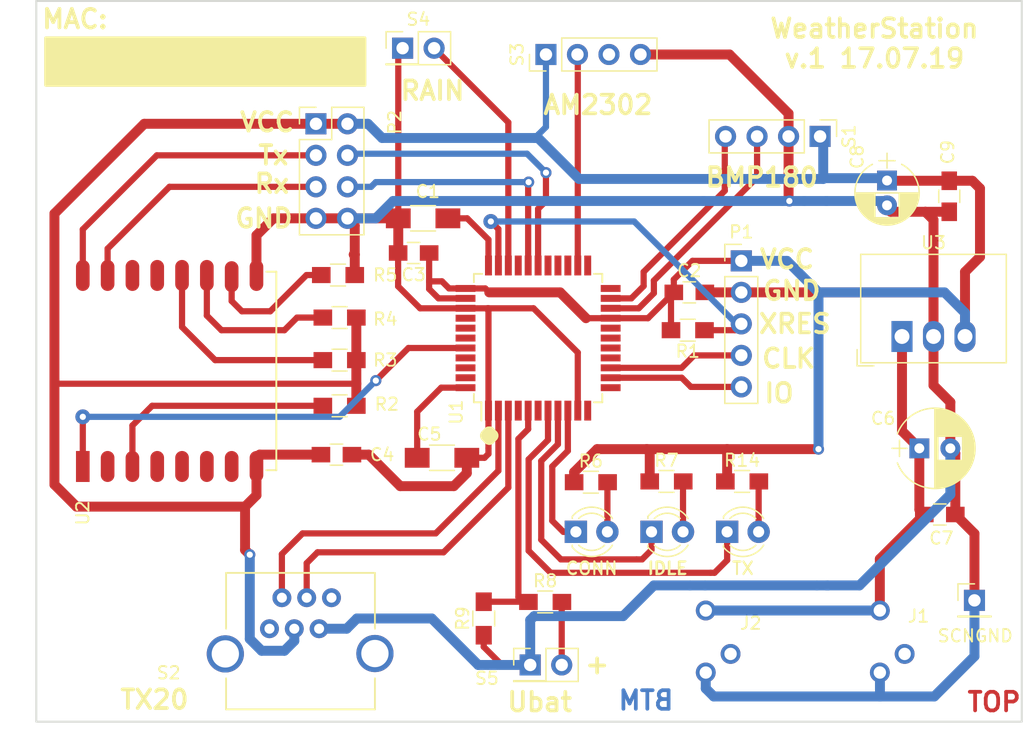
<source format=kicad_pcb>
(kicad_pcb (version 4) (host pcbnew 4.0.7)

  (general
    (links 82)
    (no_connects 1)
    (area 79.611999 106.350999 162.254001 166.310501)
    (thickness 1.6)
    (drawings 24)
    (tracks 314)
    (zones 0)
    (modules 35)
    (nets 32)
  )

  (page A4)
  (layers
    (0 F.Cu signal)
    (31 B.Cu signal)
    (32 B.Adhes user)
    (33 F.Adhes user)
    (34 B.Paste user)
    (35 F.Paste user)
    (36 B.SilkS user)
    (37 F.SilkS user)
    (38 B.Mask user)
    (39 F.Mask user)
    (40 Dwgs.User user)
    (41 Cmts.User user)
    (42 Eco1.User user)
    (43 Eco2.User user)
    (44 Edge.Cuts user)
    (45 Margin user)
    (46 B.CrtYd user)
    (47 F.CrtYd user)
    (48 B.Fab user)
    (49 F.Fab user)
  )

  (setup
    (last_trace_width 0.25)
    (user_trace_width 0.5)
    (user_trace_width 0.8)
    (trace_clearance 0.2)
    (zone_clearance 0.508)
    (zone_45_only no)
    (trace_min 0.25)
    (segment_width 0.2)
    (edge_width 0.15)
    (via_size 0.9)
    (via_drill 0.5)
    (via_min_size 0.9)
    (via_min_drill 0.5)
    (user_via 0.9 0.5)
    (user_via 1.2 0.5)
    (uvia_size 0.6)
    (uvia_drill 0.3)
    (uvias_allowed no)
    (uvia_min_size 0.6)
    (uvia_min_drill 0.3)
    (pcb_text_width 0.3)
    (pcb_text_size 1.5 1.5)
    (mod_edge_width 0.15)
    (mod_text_size 1 1)
    (mod_text_width 0.15)
    (pad_size 1.524 1.524)
    (pad_drill 0.762)
    (pad_to_mask_clearance 0.2)
    (aux_axis_origin 0 0)
    (visible_elements 7FFFFFFF)
    (pcbplotparams
      (layerselection 0x010e0_80000001)
      (usegerberextensions false)
      (excludeedgelayer true)
      (linewidth 0.100000)
      (plotframeref false)
      (viasonmask false)
      (mode 1)
      (useauxorigin false)
      (hpglpennumber 1)
      (hpglpenspeed 20)
      (hpglpendiameter 15)
      (hpglpenoverlay 2)
      (psnegative false)
      (psa4output false)
      (plotreference true)
      (plotvalue false)
      (plotinvisibletext false)
      (padsonsilk false)
      (subtractmaskfromsilk false)
      (outputformat 1)
      (mirror false)
      (drillshape 0)
      (scaleselection 1)
      (outputdirectory "GERBER v.1 17.07.19/"))
  )

  (net 0 "")
  (net 1 "Net-(C1-Pad1)")
  (net 2 GND)
  (net 3 +3V3)
  (net 4 "Net-(C5-Pad1)")
  (net 5 XRES)
  (net 6 DBG-CLK)
  (net 7 DBG-IO)
  (net 8 "Net-(P2-Pad3)")
  (net 9 TX)
  (net 10 "Net-(P2-Pad5)")
  (net 11 RX)
  (net 12 "Net-(R2-Pad2)")
  (net 13 "Net-(R3-Pad1)")
  (net 14 "Net-(R4-Pad1)")
  (net 15 "Net-(R5-Pad1)")
  (net 16 "Net-(C6-Pad1)")
  (net 17 RED)
  (net 18 GREEN)
  (net 19 UBAT)
  (net 20 "Net-(R8-Pad2)")
  (net 21 SCL)
  (net 22 SDA)
  (net 23 WindCE)
  (net 24 WindRX)
  (net 25 HUM)
  (net 26 RAIN)
  (net 27 YELLOW)
  (net 28 "Net-(U2-Pad1)")
  (net 29 "Net-(LED1-Pad2)")
  (net 30 "Net-(LED2-Pad2)")
  (net 31 "Net-(LED3-Pad2)")

  (net_class Default "This is the default net class."
    (clearance 0.2)
    (trace_width 0.25)
    (via_dia 0.9)
    (via_drill 0.5)
    (uvia_dia 0.6)
    (uvia_drill 0.3)
    (add_net +3V3)
    (add_net DBG-CLK)
    (add_net DBG-IO)
    (add_net GND)
    (add_net GREEN)
    (add_net HUM)
    (add_net "Net-(C1-Pad1)")
    (add_net "Net-(C5-Pad1)")
    (add_net "Net-(C6-Pad1)")
    (add_net "Net-(LED1-Pad2)")
    (add_net "Net-(LED2-Pad2)")
    (add_net "Net-(LED3-Pad2)")
    (add_net "Net-(P2-Pad3)")
    (add_net "Net-(P2-Pad5)")
    (add_net "Net-(R2-Pad2)")
    (add_net "Net-(R3-Pad1)")
    (add_net "Net-(R4-Pad1)")
    (add_net "Net-(R5-Pad1)")
    (add_net "Net-(R8-Pad2)")
    (add_net "Net-(U2-Pad1)")
    (add_net RAIN)
    (add_net RED)
    (add_net RX)
    (add_net SCL)
    (add_net SDA)
    (add_net TX)
    (add_net UBAT)
    (add_net WindCE)
    (add_net WindRX)
    (add_net XRES)
    (add_net YELLOW)
  )

  (module ESP8266:ESP-07v2s (layer F.Cu) (tedit 5A869AF8) (tstamp 5A748C63)
    (at 86.487 143.256 90)
    (descr "Module, ESP-8266, ESP-07v2, 16 pad, SMD")
    (tags "Module ESP-8266 ESP8266")
    (path /5A74BB8B)
    (fp_text reference U2 (at -4.445 0 90) (layer F.SilkS)
      (effects (font (size 1 1) (thickness 0.15)))
    )
    (fp_text value ESP-07v2 (at 7.25 2.25 90) (layer F.Fab)
      (effects (font (size 1 1) (thickness 0.15)))
    )
    (fp_line (start -2.25 -0.5) (end -2.25 -6.65) (layer F.CrtYd) (width 0.05))
    (fp_line (start -2.25 -6.65) (end 16.25 -6.65) (layer F.CrtYd) (width 0.05))
    (fp_line (start 16.25 -6.65) (end 16.25 16) (layer F.CrtYd) (width 0.05))
    (fp_line (start 16.25 16) (end -2.25 16) (layer F.CrtYd) (width 0.05))
    (fp_line (start -2.25 16) (end -2.25 -0.5) (layer F.CrtYd) (width 0.05))
    (fp_line (start -1 14.8) (end -1 15.6) (layer F.SilkS) (width 0.1524))
    (fp_line (start -1 15.6) (end 15 15.6) (layer F.SilkS) (width 0.1524))
    (fp_line (start 15 15.6) (end 15 14.8) (layer F.SilkS) (width 0.1524))
    (fp_line (start 15 -6.4) (end 15 15.6) (layer F.Fab) (width 0.05))
    (fp_line (start 15 15.6) (end -1 15.6) (layer F.Fab) (width 0.05))
    (fp_line (start -1.008 15.6) (end -1.008 -6.4) (layer F.Fab) (width 0.05))
    (fp_line (start -1 -6.4) (end 15 -6.4) (layer F.Fab) (width 0.05))
    (pad 1 smd rect (at 0 0 90) (size 2.5 1.1) (drill (offset -0.7 0)) (layers F.Cu F.Paste F.Mask)
      (net 28 "Net-(U2-Pad1)"))
    (pad 2 smd oval (at 0 2 90) (size 2.5 1.1) (drill (offset -0.7 0)) (layers F.Cu F.Paste F.Mask))
    (pad 3 smd oval (at 0 4 90) (size 2.5 1.1) (drill (offset -0.7 0)) (layers F.Cu F.Paste F.Mask)
      (net 12 "Net-(R2-Pad2)"))
    (pad 4 smd oval (at 0 6 90) (size 2.5 1.1) (drill (offset -0.7 0)) (layers F.Cu F.Paste F.Mask)
      (net 28 "Net-(U2-Pad1)"))
    (pad 5 smd oval (at 0 8 90) (size 2.5 1.1) (drill (offset -0.7 0)) (layers F.Cu F.Paste F.Mask))
    (pad 6 smd oval (at 0 10 90) (size 2.5 1.1) (drill (offset -0.7 0)) (layers F.Cu F.Paste F.Mask))
    (pad 7 smd oval (at 0 12 90) (size 2.5 1.1) (drill (offset -0.7 0)) (layers F.Cu F.Paste F.Mask))
    (pad 8 smd oval (at 0 14 90) (size 2.5 1.1) (drill (offset -0.7 0)) (layers F.Cu F.Paste F.Mask)
      (net 3 +3V3))
    (pad 9 smd oval (at 14 14 90) (size 2.5 1.1) (drill (offset 0.7 0)) (layers F.Cu F.Paste F.Mask)
      (net 2 GND))
    (pad 10 smd oval (at 14 12 90) (size 2.5 1.1) (drill (offset 0.6 0)) (layers F.Cu F.Paste F.Mask)
      (net 15 "Net-(R5-Pad1)"))
    (pad 11 smd oval (at 14 10 90) (size 2.5 1.1) (drill (offset 0.7 0)) (layers F.Cu F.Paste F.Mask)
      (net 14 "Net-(R4-Pad1)"))
    (pad 12 smd oval (at 14 8 90) (size 2.5 1.1) (drill (offset 0.7 0)) (layers F.Cu F.Paste F.Mask)
      (net 13 "Net-(R3-Pad1)"))
    (pad 13 smd oval (at 14 6 90) (size 2.5 1.1) (drill (offset 0.7 0)) (layers F.Cu F.Paste F.Mask))
    (pad 14 smd oval (at 14 4 90) (size 2.5 1.1) (drill (offset 0.7 0)) (layers F.Cu F.Paste F.Mask))
    (pad 15 smd oval (at 14 2 90) (size 2.5 1.1) (drill (offset 0.7 0)) (layers F.Cu F.Paste F.Mask)
      (net 10 "Net-(P2-Pad5)"))
    (pad 16 smd oval (at 14 0 90) (size 2.5 1.1) (drill (offset 0.7 0)) (layers F.Cu F.Paste F.Mask)
      (net 8 "Net-(P2-Pad3)"))
    (model ${ESPLIB}/ESP8266.3dshapes/ESP-07v2.wrl
      (at (xyz 0 0 0))
      (scale (xyz 0.3937 0.3937 0.3937))
      (rotate (xyz 0 0 0))
    )
  )

  (module Capacitors_SMD:C_1206_HandSoldering (layer F.Cu) (tedit 5D2DAFFB) (tstamp 5A748B03)
    (at 113.919 123.952 180)
    (descr "Capacitor SMD 1206, hand soldering")
    (tags "capacitor 1206")
    (path /58F851D7)
    (attr smd)
    (fp_text reference C1 (at -0.381 2.159 180) (layer F.SilkS)
      (effects (font (size 1 1) (thickness 0.15)))
    )
    (fp_text value 1u (at 0 2 180) (layer F.Fab) hide
      (effects (font (size 1 1) (thickness 0.15)))
    )
    (fp_text user %R (at -0.381 2.032 180) (layer F.Fab)
      (effects (font (size 1 1) (thickness 0.15)))
    )
    (fp_line (start -1.6 0.8) (end -1.6 -0.8) (layer F.Fab) (width 0.1))
    (fp_line (start 1.6 0.8) (end -1.6 0.8) (layer F.Fab) (width 0.1))
    (fp_line (start 1.6 -0.8) (end 1.6 0.8) (layer F.Fab) (width 0.1))
    (fp_line (start -1.6 -0.8) (end 1.6 -0.8) (layer F.Fab) (width 0.1))
    (fp_line (start 1 -1.02) (end -1 -1.02) (layer F.SilkS) (width 0.12))
    (fp_line (start -1 1.02) (end 1 1.02) (layer F.SilkS) (width 0.12))
    (fp_line (start -3.25 -1.05) (end 3.25 -1.05) (layer F.CrtYd) (width 0.05))
    (fp_line (start -3.25 -1.05) (end -3.25 1.05) (layer F.CrtYd) (width 0.05))
    (fp_line (start 3.25 1.05) (end 3.25 -1.05) (layer F.CrtYd) (width 0.05))
    (fp_line (start 3.25 1.05) (end -3.25 1.05) (layer F.CrtYd) (width 0.05))
    (pad 1 smd rect (at -2 0 180) (size 2 1.6) (layers F.Cu F.Paste F.Mask)
      (net 1 "Net-(C1-Pad1)"))
    (pad 2 smd rect (at 2 0 180) (size 2 1.6) (layers F.Cu F.Paste F.Mask)
      (net 2 GND))
    (model Capacitors_SMD.3dshapes/C_1206.wrl
      (at (xyz 0 0 0))
      (scale (xyz 1 1 1))
      (rotate (xyz 0 0 0))
    )
  )

  (module Capacitors_SMD:C_0805_HandSoldering (layer F.Cu) (tedit 5D2DAF94) (tstamp 5A748B09)
    (at 135.382 129.921)
    (descr "Capacitor SMD 0805, hand soldering")
    (tags "capacitor 0805")
    (path /58F8E3FA)
    (attr smd)
    (fp_text reference C2 (at 0 -1.75) (layer F.SilkS)
      (effects (font (size 1 1) (thickness 0.15)))
    )
    (fp_text value 100n (at 0 1.75) (layer F.Fab) hide
      (effects (font (size 1 1) (thickness 0.15)))
    )
    (fp_text user %R (at 0 -1.75) (layer F.Fab)
      (effects (font (size 1 1) (thickness 0.15)))
    )
    (fp_line (start -1 0.62) (end -1 -0.62) (layer F.Fab) (width 0.1))
    (fp_line (start 1 0.62) (end -1 0.62) (layer F.Fab) (width 0.1))
    (fp_line (start 1 -0.62) (end 1 0.62) (layer F.Fab) (width 0.1))
    (fp_line (start -1 -0.62) (end 1 -0.62) (layer F.Fab) (width 0.1))
    (fp_line (start 0.5 -0.85) (end -0.5 -0.85) (layer F.SilkS) (width 0.12))
    (fp_line (start -0.5 0.85) (end 0.5 0.85) (layer F.SilkS) (width 0.12))
    (fp_line (start -2.25 -0.88) (end 2.25 -0.88) (layer F.CrtYd) (width 0.05))
    (fp_line (start -2.25 -0.88) (end -2.25 0.87) (layer F.CrtYd) (width 0.05))
    (fp_line (start 2.25 0.87) (end 2.25 -0.88) (layer F.CrtYd) (width 0.05))
    (fp_line (start 2.25 0.87) (end -2.25 0.87) (layer F.CrtYd) (width 0.05))
    (pad 1 smd rect (at -1.25 0) (size 1.5 1.25) (layers F.Cu F.Paste F.Mask)
      (net 3 +3V3))
    (pad 2 smd rect (at 1.25 0) (size 1.5 1.25) (layers F.Cu F.Paste F.Mask)
      (net 2 GND))
    (model Capacitors_SMD.3dshapes/C_0805.wrl
      (at (xyz 0 0 0))
      (scale (xyz 1 1 1))
      (rotate (xyz 0 0 0))
    )
  )

  (module Capacitors_SMD:C_0805_HandSoldering (layer F.Cu) (tedit 5D2DAF62) (tstamp 5A748B0F)
    (at 113.157 126.746 180)
    (descr "Capacitor SMD 0805, hand soldering")
    (tags "capacitor 0805")
    (path /58F8E493)
    (attr smd)
    (fp_text reference C3 (at 0 -1.75 180) (layer F.SilkS)
      (effects (font (size 1 1) (thickness 0.15)))
    )
    (fp_text value 100n (at 0.508 -3.048 180) (layer F.Fab) hide
      (effects (font (size 1 1) (thickness 0.15)))
    )
    (fp_text user %R (at 0 -1.75 180) (layer F.Fab)
      (effects (font (size 1 1) (thickness 0.15)))
    )
    (fp_line (start -1 0.62) (end -1 -0.62) (layer F.Fab) (width 0.1))
    (fp_line (start 1 0.62) (end -1 0.62) (layer F.Fab) (width 0.1))
    (fp_line (start 1 -0.62) (end 1 0.62) (layer F.Fab) (width 0.1))
    (fp_line (start -1 -0.62) (end 1 -0.62) (layer F.Fab) (width 0.1))
    (fp_line (start 0.5 -0.85) (end -0.5 -0.85) (layer F.SilkS) (width 0.12))
    (fp_line (start -0.5 0.85) (end 0.5 0.85) (layer F.SilkS) (width 0.12))
    (fp_line (start -2.25 -0.88) (end 2.25 -0.88) (layer F.CrtYd) (width 0.05))
    (fp_line (start -2.25 -0.88) (end -2.25 0.87) (layer F.CrtYd) (width 0.05))
    (fp_line (start 2.25 0.87) (end 2.25 -0.88) (layer F.CrtYd) (width 0.05))
    (fp_line (start 2.25 0.87) (end -2.25 0.87) (layer F.CrtYd) (width 0.05))
    (pad 1 smd rect (at -1.25 0 180) (size 1.5 1.25) (layers F.Cu F.Paste F.Mask)
      (net 3 +3V3))
    (pad 2 smd rect (at 1.25 0 180) (size 1.5 1.25) (layers F.Cu F.Paste F.Mask)
      (net 2 GND))
    (model Capacitors_SMD.3dshapes/C_0805.wrl
      (at (xyz 0 0 0))
      (scale (xyz 1 1 1))
      (rotate (xyz 0 0 0))
    )
  )

  (module Capacitors_SMD:C_0805_HandSoldering (layer F.Cu) (tedit 5D2DAF49) (tstamp 5A748B15)
    (at 106.934 143.002)
    (descr "Capacitor SMD 0805, hand soldering")
    (tags "capacitor 0805")
    (path /58F8E534)
    (attr smd)
    (fp_text reference C4 (at 3.683 0) (layer F.SilkS)
      (effects (font (size 1 1) (thickness 0.15)))
    )
    (fp_text value 100n (at 0 1.75) (layer F.Fab) hide
      (effects (font (size 1 1) (thickness 0.15)))
    )
    (fp_text user %R (at 3.7465 0.0635) (layer F.Fab)
      (effects (font (size 1 1) (thickness 0.15)))
    )
    (fp_line (start -1 0.62) (end -1 -0.62) (layer F.Fab) (width 0.1))
    (fp_line (start 1 0.62) (end -1 0.62) (layer F.Fab) (width 0.1))
    (fp_line (start 1 -0.62) (end 1 0.62) (layer F.Fab) (width 0.1))
    (fp_line (start -1 -0.62) (end 1 -0.62) (layer F.Fab) (width 0.1))
    (fp_line (start 0.5 -0.85) (end -0.5 -0.85) (layer F.SilkS) (width 0.12))
    (fp_line (start -0.5 0.85) (end 0.5 0.85) (layer F.SilkS) (width 0.12))
    (fp_line (start -2.25 -0.88) (end 2.25 -0.88) (layer F.CrtYd) (width 0.05))
    (fp_line (start -2.25 -0.88) (end -2.25 0.87) (layer F.CrtYd) (width 0.05))
    (fp_line (start 2.25 0.87) (end 2.25 -0.88) (layer F.CrtYd) (width 0.05))
    (fp_line (start 2.25 0.87) (end -2.25 0.87) (layer F.CrtYd) (width 0.05))
    (pad 1 smd rect (at -1.25 0) (size 1.5 1.25) (layers F.Cu F.Paste F.Mask)
      (net 3 +3V3))
    (pad 2 smd rect (at 1.25 0) (size 1.5 1.25) (layers F.Cu F.Paste F.Mask)
      (net 2 GND))
    (model Capacitors_SMD.3dshapes/C_0805.wrl
      (at (xyz 0 0 0))
      (scale (xyz 1 1 1))
      (rotate (xyz 0 0 0))
    )
  )

  (module Capacitors_SMD:C_1206_HandSoldering (layer F.Cu) (tedit 5D2DAFA3) (tstamp 5A748B1B)
    (at 115.443 143.256)
    (descr "Capacitor SMD 1206, hand soldering")
    (tags "capacitor 1206")
    (path /58F85967)
    (attr smd)
    (fp_text reference C5 (at -1.016 -1.905) (layer F.SilkS)
      (effects (font (size 1 1) (thickness 0.15)))
    )
    (fp_text value 1u (at 0 2) (layer F.Fab) hide
      (effects (font (size 1 1) (thickness 0.15)))
    )
    (fp_text user %R (at -1.016 -1.905) (layer F.Fab)
      (effects (font (size 1 1) (thickness 0.15)))
    )
    (fp_line (start -1.6 0.8) (end -1.6 -0.8) (layer F.Fab) (width 0.1))
    (fp_line (start 1.6 0.8) (end -1.6 0.8) (layer F.Fab) (width 0.1))
    (fp_line (start 1.6 -0.8) (end 1.6 0.8) (layer F.Fab) (width 0.1))
    (fp_line (start -1.6 -0.8) (end 1.6 -0.8) (layer F.Fab) (width 0.1))
    (fp_line (start 1 -1.02) (end -1 -1.02) (layer F.SilkS) (width 0.12))
    (fp_line (start -1 1.02) (end 1 1.02) (layer F.SilkS) (width 0.12))
    (fp_line (start -3.25 -1.05) (end 3.25 -1.05) (layer F.CrtYd) (width 0.05))
    (fp_line (start -3.25 -1.05) (end -3.25 1.05) (layer F.CrtYd) (width 0.05))
    (fp_line (start 3.25 1.05) (end 3.25 -1.05) (layer F.CrtYd) (width 0.05))
    (fp_line (start 3.25 1.05) (end -3.25 1.05) (layer F.CrtYd) (width 0.05))
    (pad 1 smd rect (at -2 0) (size 2 1.6) (layers F.Cu F.Paste F.Mask)
      (net 4 "Net-(C5-Pad1)"))
    (pad 2 smd rect (at 2 0) (size 2 1.6) (layers F.Cu F.Paste F.Mask)
      (net 2 GND))
    (model Capacitors_SMD.3dshapes/C_1206.wrl
      (at (xyz 0 0 0))
      (scale (xyz 1 1 1))
      (rotate (xyz 0 0 0))
    )
  )

  (module Capacitors_SMD:C_0805_HandSoldering (layer F.Cu) (tedit 5D2DAF74) (tstamp 5A748B27)
    (at 155.575 147.828)
    (descr "Capacitor SMD 0805, hand soldering")
    (tags "capacitor 0805")
    (path /58FBD290)
    (attr smd)
    (fp_text reference C7 (at 0.127 1.905) (layer F.SilkS)
      (effects (font (size 1 1) (thickness 0.15)))
    )
    (fp_text value 100nF (at 0 3.429) (layer F.Fab) hide
      (effects (font (size 1 1) (thickness 0.15)))
    )
    (fp_text user %R (at 0.127 1.905) (layer F.Fab)
      (effects (font (size 1 1) (thickness 0.15)))
    )
    (fp_line (start -1 0.62) (end -1 -0.62) (layer F.Fab) (width 0.1))
    (fp_line (start 1 0.62) (end -1 0.62) (layer F.Fab) (width 0.1))
    (fp_line (start 1 -0.62) (end 1 0.62) (layer F.Fab) (width 0.1))
    (fp_line (start -1 -0.62) (end 1 -0.62) (layer F.Fab) (width 0.1))
    (fp_line (start 0.5 -0.85) (end -0.5 -0.85) (layer F.SilkS) (width 0.12))
    (fp_line (start -0.5 0.85) (end 0.5 0.85) (layer F.SilkS) (width 0.12))
    (fp_line (start -2.25 -0.88) (end 2.25 -0.88) (layer F.CrtYd) (width 0.05))
    (fp_line (start -2.25 -0.88) (end -2.25 0.87) (layer F.CrtYd) (width 0.05))
    (fp_line (start 2.25 0.87) (end 2.25 -0.88) (layer F.CrtYd) (width 0.05))
    (fp_line (start 2.25 0.87) (end -2.25 0.87) (layer F.CrtYd) (width 0.05))
    (pad 1 smd rect (at -1.25 0) (size 1.5 1.25) (layers F.Cu F.Paste F.Mask)
      (net 16 "Net-(C6-Pad1)"))
    (pad 2 smd rect (at 1.25 0) (size 1.5 1.25) (layers F.Cu F.Paste F.Mask)
      (net 2 GND))
    (model Capacitors_SMD.3dshapes/C_0805.wrl
      (at (xyz 0 0 0))
      (scale (xyz 1 1 1))
      (rotate (xyz 0 0 0))
    )
  )

  (module Capacitors_SMD:C_0805_HandSoldering (layer F.Cu) (tedit 5D2DAF78) (tstamp 5A748B33)
    (at 156.337 122.174 270)
    (descr "Capacitor SMD 0805, hand soldering")
    (tags "capacitor 0805")
    (path /58FBE8DB)
    (attr smd)
    (fp_text reference C9 (at -3.556 0.127 270) (layer F.SilkS)
      (effects (font (size 1 1) (thickness 0.15)))
    )
    (fp_text value 100nF (at -0.381 -1.524 270) (layer F.Fab) hide
      (effects (font (size 1 1) (thickness 0.15)))
    )
    (fp_text user %R (at -3.556 0.127 270) (layer F.Fab)
      (effects (font (size 1 1) (thickness 0.15)))
    )
    (fp_line (start -1 0.62) (end -1 -0.62) (layer F.Fab) (width 0.1))
    (fp_line (start 1 0.62) (end -1 0.62) (layer F.Fab) (width 0.1))
    (fp_line (start 1 -0.62) (end 1 0.62) (layer F.Fab) (width 0.1))
    (fp_line (start -1 -0.62) (end 1 -0.62) (layer F.Fab) (width 0.1))
    (fp_line (start 0.5 -0.85) (end -0.5 -0.85) (layer F.SilkS) (width 0.12))
    (fp_line (start -0.5 0.85) (end 0.5 0.85) (layer F.SilkS) (width 0.12))
    (fp_line (start -2.25 -0.88) (end 2.25 -0.88) (layer F.CrtYd) (width 0.05))
    (fp_line (start -2.25 -0.88) (end -2.25 0.87) (layer F.CrtYd) (width 0.05))
    (fp_line (start 2.25 0.87) (end 2.25 -0.88) (layer F.CrtYd) (width 0.05))
    (fp_line (start 2.25 0.87) (end -2.25 0.87) (layer F.CrtYd) (width 0.05))
    (pad 1 smd rect (at -1.25 0 270) (size 1.5 1.25) (layers F.Cu F.Paste F.Mask)
      (net 3 +3V3))
    (pad 2 smd rect (at 1.25 0 270) (size 1.5 1.25) (layers F.Cu F.Paste F.Mask)
      (net 2 GND))
    (model Capacitors_SMD.3dshapes/C_0805.wrl
      (at (xyz 0 0 0))
      (scale (xyz 1 1 1))
      (rotate (xyz 0 0 0))
    )
  )

  (module Resistors_SMD:R_0805_HandSoldering (layer F.Cu) (tedit 5D2DAF98) (tstamp 5A748BBF)
    (at 135.255 132.969 180)
    (descr "Resistor SMD 0805, hand soldering")
    (tags "resistor 0805")
    (path /58F8513E)
    (attr smd)
    (fp_text reference R1 (at 0 -1.7 180) (layer F.SilkS)
      (effects (font (size 1 1) (thickness 0.15)))
    )
    (fp_text value 4k7 (at 0 1.75 180) (layer F.Fab) hide
      (effects (font (size 1 1) (thickness 0.15)))
    )
    (fp_text user %R (at 0 0 180) (layer F.Fab)
      (effects (font (size 0.5 0.5) (thickness 0.075)))
    )
    (fp_line (start -1 0.62) (end -1 -0.62) (layer F.Fab) (width 0.1))
    (fp_line (start 1 0.62) (end -1 0.62) (layer F.Fab) (width 0.1))
    (fp_line (start 1 -0.62) (end 1 0.62) (layer F.Fab) (width 0.1))
    (fp_line (start -1 -0.62) (end 1 -0.62) (layer F.Fab) (width 0.1))
    (fp_line (start 0.6 0.88) (end -0.6 0.88) (layer F.SilkS) (width 0.12))
    (fp_line (start -0.6 -0.88) (end 0.6 -0.88) (layer F.SilkS) (width 0.12))
    (fp_line (start -2.35 -0.9) (end 2.35 -0.9) (layer F.CrtYd) (width 0.05))
    (fp_line (start -2.35 -0.9) (end -2.35 0.9) (layer F.CrtYd) (width 0.05))
    (fp_line (start 2.35 0.9) (end 2.35 -0.9) (layer F.CrtYd) (width 0.05))
    (fp_line (start 2.35 0.9) (end -2.35 0.9) (layer F.CrtYd) (width 0.05))
    (pad 1 smd rect (at -1.35 0 180) (size 1.5 1.3) (layers F.Cu F.Paste F.Mask)
      (net 5 XRES))
    (pad 2 smd rect (at 1.35 0 180) (size 1.5 1.3) (layers F.Cu F.Paste F.Mask)
      (net 3 +3V3))
    (model ${KISYS3DMOD}/Resistors_SMD.3dshapes/R_0805.wrl
      (at (xyz 0 0 0))
      (scale (xyz 1 1 1))
      (rotate (xyz 0 0 0))
    )
  )

  (module Resistors_SMD:R_0805_HandSoldering (layer F.Cu) (tedit 5D2DAF5C) (tstamp 5A748BC5)
    (at 107.188 139.065 180)
    (descr "Resistor SMD 0805, hand soldering")
    (tags "resistor 0805")
    (path /58FFB453)
    (attr smd)
    (fp_text reference R2 (at -3.81 0.127 180) (layer F.SilkS)
      (effects (font (size 1 1) (thickness 0.15)))
    )
    (fp_text value 2k7 (at -0.254 -1.778 180) (layer F.Fab) hide
      (effects (font (size 1 1) (thickness 0.15)))
    )
    (fp_text user %R (at 0 0 180) (layer F.Fab)
      (effects (font (size 0.5 0.5) (thickness 0.075)))
    )
    (fp_line (start -1 0.62) (end -1 -0.62) (layer F.Fab) (width 0.1))
    (fp_line (start 1 0.62) (end -1 0.62) (layer F.Fab) (width 0.1))
    (fp_line (start 1 -0.62) (end 1 0.62) (layer F.Fab) (width 0.1))
    (fp_line (start -1 -0.62) (end 1 -0.62) (layer F.Fab) (width 0.1))
    (fp_line (start 0.6 0.88) (end -0.6 0.88) (layer F.SilkS) (width 0.12))
    (fp_line (start -0.6 -0.88) (end 0.6 -0.88) (layer F.SilkS) (width 0.12))
    (fp_line (start -2.35 -0.9) (end 2.35 -0.9) (layer F.CrtYd) (width 0.05))
    (fp_line (start -2.35 -0.9) (end -2.35 0.9) (layer F.CrtYd) (width 0.05))
    (fp_line (start 2.35 0.9) (end 2.35 -0.9) (layer F.CrtYd) (width 0.05))
    (fp_line (start 2.35 0.9) (end -2.35 0.9) (layer F.CrtYd) (width 0.05))
    (pad 1 smd rect (at -1.35 0 180) (size 1.5 1.3) (layers F.Cu F.Paste F.Mask)
      (net 3 +3V3))
    (pad 2 smd rect (at 1.35 0 180) (size 1.5 1.3) (layers F.Cu F.Paste F.Mask)
      (net 12 "Net-(R2-Pad2)"))
    (model ${KISYS3DMOD}/Resistors_SMD.3dshapes/R_0805.wrl
      (at (xyz 0 0 0))
      (scale (xyz 1 1 1))
      (rotate (xyz 0 0 0))
    )
  )

  (module Resistors_SMD:R_0805_HandSoldering (layer F.Cu) (tedit 5D2DAF2D) (tstamp 5A748BCB)
    (at 107.188 135.382)
    (descr "Resistor SMD 0805, hand soldering")
    (tags "resistor 0805")
    (path /5A746F55)
    (attr smd)
    (fp_text reference R3 (at 3.683 0) (layer F.SilkS)
      (effects (font (size 1 1) (thickness 0.15)))
    )
    (fp_text value 2k7 (at 0 1.75) (layer F.Fab) hide
      (effects (font (size 1 1) (thickness 0.15)))
    )
    (fp_text user %R (at 0 0) (layer F.Fab)
      (effects (font (size 0.5 0.5) (thickness 0.075)))
    )
    (fp_line (start -1 0.62) (end -1 -0.62) (layer F.Fab) (width 0.1))
    (fp_line (start 1 0.62) (end -1 0.62) (layer F.Fab) (width 0.1))
    (fp_line (start 1 -0.62) (end 1 0.62) (layer F.Fab) (width 0.1))
    (fp_line (start -1 -0.62) (end 1 -0.62) (layer F.Fab) (width 0.1))
    (fp_line (start 0.6 0.88) (end -0.6 0.88) (layer F.SilkS) (width 0.12))
    (fp_line (start -0.6 -0.88) (end 0.6 -0.88) (layer F.SilkS) (width 0.12))
    (fp_line (start -2.35 -0.9) (end 2.35 -0.9) (layer F.CrtYd) (width 0.05))
    (fp_line (start -2.35 -0.9) (end -2.35 0.9) (layer F.CrtYd) (width 0.05))
    (fp_line (start 2.35 0.9) (end 2.35 -0.9) (layer F.CrtYd) (width 0.05))
    (fp_line (start 2.35 0.9) (end -2.35 0.9) (layer F.CrtYd) (width 0.05))
    (pad 1 smd rect (at -1.35 0) (size 1.5 1.3) (layers F.Cu F.Paste F.Mask)
      (net 13 "Net-(R3-Pad1)"))
    (pad 2 smd rect (at 1.35 0) (size 1.5 1.3) (layers F.Cu F.Paste F.Mask)
      (net 3 +3V3))
    (model ${KISYS3DMOD}/Resistors_SMD.3dshapes/R_0805.wrl
      (at (xyz 0 0 0))
      (scale (xyz 1 1 1))
      (rotate (xyz 0 0 0))
    )
  )

  (module Resistors_SMD:R_0805_HandSoldering (layer F.Cu) (tedit 5D2DAF28) (tstamp 5A748BD1)
    (at 107.188 131.953)
    (descr "Resistor SMD 0805, hand soldering")
    (tags "resistor 0805")
    (path /5A747874)
    (attr smd)
    (fp_text reference R4 (at 3.683 0.127) (layer F.SilkS)
      (effects (font (size 1 1) (thickness 0.15)))
    )
    (fp_text value 2k7 (at 0 1.75) (layer F.Fab) hide
      (effects (font (size 1 1) (thickness 0.15)))
    )
    (fp_text user %R (at 0 0) (layer F.Fab)
      (effects (font (size 0.5 0.5) (thickness 0.075)))
    )
    (fp_line (start -1 0.62) (end -1 -0.62) (layer F.Fab) (width 0.1))
    (fp_line (start 1 0.62) (end -1 0.62) (layer F.Fab) (width 0.1))
    (fp_line (start 1 -0.62) (end 1 0.62) (layer F.Fab) (width 0.1))
    (fp_line (start -1 -0.62) (end 1 -0.62) (layer F.Fab) (width 0.1))
    (fp_line (start 0.6 0.88) (end -0.6 0.88) (layer F.SilkS) (width 0.12))
    (fp_line (start -0.6 -0.88) (end 0.6 -0.88) (layer F.SilkS) (width 0.12))
    (fp_line (start -2.35 -0.9) (end 2.35 -0.9) (layer F.CrtYd) (width 0.05))
    (fp_line (start -2.35 -0.9) (end -2.35 0.9) (layer F.CrtYd) (width 0.05))
    (fp_line (start 2.35 0.9) (end 2.35 -0.9) (layer F.CrtYd) (width 0.05))
    (fp_line (start 2.35 0.9) (end -2.35 0.9) (layer F.CrtYd) (width 0.05))
    (pad 1 smd rect (at -1.35 0) (size 1.5 1.3) (layers F.Cu F.Paste F.Mask)
      (net 14 "Net-(R4-Pad1)"))
    (pad 2 smd rect (at 1.35 0) (size 1.5 1.3) (layers F.Cu F.Paste F.Mask)
      (net 3 +3V3))
    (model ${KISYS3DMOD}/Resistors_SMD.3dshapes/R_0805.wrl
      (at (xyz 0 0 0))
      (scale (xyz 1 1 1))
      (rotate (xyz 0 0 0))
    )
  )

  (module Resistors_SMD:R_0805_HandSoldering (layer F.Cu) (tedit 5D2DAF21) (tstamp 5A748BD7)
    (at 107.061 128.524)
    (descr "Resistor SMD 0805, hand soldering")
    (tags "resistor 0805")
    (path /5A7468D7)
    (attr smd)
    (fp_text reference R5 (at 3.81 0) (layer F.SilkS)
      (effects (font (size 1 1) (thickness 0.15)))
    )
    (fp_text value 2k7 (at 0 1.75) (layer F.Fab) hide
      (effects (font (size 1 1) (thickness 0.15)))
    )
    (fp_text user %R (at 0 0) (layer F.Fab)
      (effects (font (size 0.5 0.5) (thickness 0.075)))
    )
    (fp_line (start -1 0.62) (end -1 -0.62) (layer F.Fab) (width 0.1))
    (fp_line (start 1 0.62) (end -1 0.62) (layer F.Fab) (width 0.1))
    (fp_line (start 1 -0.62) (end 1 0.62) (layer F.Fab) (width 0.1))
    (fp_line (start -1 -0.62) (end 1 -0.62) (layer F.Fab) (width 0.1))
    (fp_line (start 0.6 0.88) (end -0.6 0.88) (layer F.SilkS) (width 0.12))
    (fp_line (start -0.6 -0.88) (end 0.6 -0.88) (layer F.SilkS) (width 0.12))
    (fp_line (start -2.35 -0.9) (end 2.35 -0.9) (layer F.CrtYd) (width 0.05))
    (fp_line (start -2.35 -0.9) (end -2.35 0.9) (layer F.CrtYd) (width 0.05))
    (fp_line (start 2.35 0.9) (end 2.35 -0.9) (layer F.CrtYd) (width 0.05))
    (fp_line (start 2.35 0.9) (end -2.35 0.9) (layer F.CrtYd) (width 0.05))
    (pad 1 smd rect (at -1.35 0) (size 1.5 1.3) (layers F.Cu F.Paste F.Mask)
      (net 15 "Net-(R5-Pad1)"))
    (pad 2 smd rect (at 1.35 0) (size 1.5 1.3) (layers F.Cu F.Paste F.Mask)
      (net 2 GND))
    (model ${KISYS3DMOD}/Resistors_SMD.3dshapes/R_0805.wrl
      (at (xyz 0 0 0))
      (scale (xyz 1 1 1))
      (rotate (xyz 0 0 0))
    )
  )

  (module Resistors_SMD:R_0805_HandSoldering (layer F.Cu) (tedit 5D2F6B60) (tstamp 5A748C0D)
    (at 139.6365 145.161)
    (descr "Resistor SMD 0805, hand soldering")
    (tags "resistor 0805")
    (path /58F7C382)
    (attr smd)
    (fp_text reference R14 (at 0 -1.7) (layer F.SilkS)
      (effects (font (size 1 1) (thickness 0.15)))
    )
    (fp_text value 1k (at 3.937 0) (layer F.Fab) hide
      (effects (font (size 1 1) (thickness 0.15)))
    )
    (fp_text user %R (at 0 0) (layer F.Fab)
      (effects (font (size 0.5 0.5) (thickness 0.075)))
    )
    (fp_line (start -1 0.62) (end -1 -0.62) (layer F.Fab) (width 0.1))
    (fp_line (start 1 0.62) (end -1 0.62) (layer F.Fab) (width 0.1))
    (fp_line (start 1 -0.62) (end 1 0.62) (layer F.Fab) (width 0.1))
    (fp_line (start -1 -0.62) (end 1 -0.62) (layer F.Fab) (width 0.1))
    (fp_line (start 0.6 0.88) (end -0.6 0.88) (layer F.SilkS) (width 0.12))
    (fp_line (start -0.6 -0.88) (end 0.6 -0.88) (layer F.SilkS) (width 0.12))
    (fp_line (start -2.35 -0.9) (end 2.35 -0.9) (layer F.CrtYd) (width 0.05))
    (fp_line (start -2.35 -0.9) (end -2.35 0.9) (layer F.CrtYd) (width 0.05))
    (fp_line (start 2.35 0.9) (end 2.35 -0.9) (layer F.CrtYd) (width 0.05))
    (fp_line (start 2.35 0.9) (end -2.35 0.9) (layer F.CrtYd) (width 0.05))
    (pad 1 smd rect (at -1.35 0) (size 1.5 1.3) (layers F.Cu F.Paste F.Mask)
      (net 3 +3V3))
    (pad 2 smd rect (at 1.35 0) (size 1.5 1.3) (layers F.Cu F.Paste F.Mask)
      (net 31 "Net-(LED3-Pad2)"))
    (model ${KISYS3DMOD}/Resistors_SMD.3dshapes/R_0805.wrl
      (at (xyz 0 0 0))
      (scale (xyz 1 1 1))
      (rotate (xyz 0 0 0))
    )
  )

  (module Housings_QFP:LQFP-44_10x10mm_Pitch0.8mm (layer F.Cu) (tedit 5A82FABB) (tstamp 5A748C4F)
    (at 123.19 133.604 90)
    (descr "LQFP44 (see Appnote_PCB_Guidelines_TRINAMIC_packages.pdf)")
    (tags "QFP 0.8")
    (path /58F600AE)
    (attr smd)
    (fp_text reference U1 (at -5.969 -6.604 90) (layer F.SilkS)
      (effects (font (size 1 1) (thickness 0.15)))
    )
    (fp_text value CY8C4245AXI-483 (at 0 7.65 90) (layer F.Fab) hide
      (effects (font (size 1 1) (thickness 0.15)))
    )
    (fp_text user %R (at -5.969 -6.477 90) (layer F.Fab)
      (effects (font (size 1 1) (thickness 0.15)))
    )
    (fp_line (start -4 -5) (end 5 -5) (layer F.Fab) (width 0.15))
    (fp_line (start 5 -5) (end 5 5) (layer F.Fab) (width 0.15))
    (fp_line (start 5 5) (end -5 5) (layer F.Fab) (width 0.15))
    (fp_line (start -5 5) (end -5 -4) (layer F.Fab) (width 0.15))
    (fp_line (start -5 -4) (end -4 -5) (layer F.Fab) (width 0.15))
    (fp_line (start -6.9 -6.9) (end -6.9 6.9) (layer F.CrtYd) (width 0.05))
    (fp_line (start 6.9 -6.9) (end 6.9 6.9) (layer F.CrtYd) (width 0.05))
    (fp_line (start -6.9 -6.9) (end 6.9 -6.9) (layer F.CrtYd) (width 0.05))
    (fp_line (start -6.9 6.9) (end 6.9 6.9) (layer F.CrtYd) (width 0.05))
    (fp_line (start -5.175 -5.175) (end -5.175 -4.575) (layer F.SilkS) (width 0.15))
    (fp_line (start 5.175 -5.175) (end 5.175 -4.505) (layer F.SilkS) (width 0.15))
    (fp_line (start 5.175 5.175) (end 5.175 4.505) (layer F.SilkS) (width 0.15))
    (fp_line (start -5.175 5.175) (end -5.175 4.505) (layer F.SilkS) (width 0.15))
    (fp_line (start -5.175 -5.175) (end -4.505 -5.175) (layer F.SilkS) (width 0.15))
    (fp_line (start -5.175 5.175) (end -4.505 5.175) (layer F.SilkS) (width 0.15))
    (fp_line (start 5.175 5.175) (end 4.505 5.175) (layer F.SilkS) (width 0.15))
    (fp_line (start 5.175 -5.175) (end 4.505 -5.175) (layer F.SilkS) (width 0.15))
    (fp_line (start -5.175 -4.575) (end -6.65 -4.575) (layer F.SilkS) (width 0.15))
    (pad 1 smd rect (at -5.85 -4 90) (size 1.6 0.56) (layers F.Cu F.Paste F.Mask)
      (net 2 GND))
    (pad 2 smd rect (at -5.85 -3.2 90) (size 1.6 0.56) (layers F.Cu F.Paste F.Mask)
      (net 24 WindRX))
    (pad 3 smd rect (at -5.85 -2.4 90) (size 1.6 0.56) (layers F.Cu F.Paste F.Mask)
      (net 23 WindCE))
    (pad 4 smd rect (at -5.85 -1.6 90) (size 1.6 0.56) (layers F.Cu F.Paste F.Mask))
    (pad 5 smd rect (at -5.85 -0.8 90) (size 1.6 0.56) (layers F.Cu F.Paste F.Mask)
      (net 19 UBAT))
    (pad 6 smd rect (at -5.85 0 90) (size 1.6 0.56) (layers F.Cu F.Paste F.Mask))
    (pad 7 smd rect (at -5.85 0.8 90) (size 1.6 0.56) (layers F.Cu F.Paste F.Mask)
      (net 27 YELLOW))
    (pad 8 smd rect (at -5.85 1.6 90) (size 1.6 0.56) (layers F.Cu F.Paste F.Mask)
      (net 18 GREEN))
    (pad 9 smd rect (at -5.85 2.4 90) (size 1.6 0.56) (layers F.Cu F.Paste F.Mask)
      (net 17 RED))
    (pad 10 smd rect (at -5.85 3.2 90) (size 1.6 0.56) (layers F.Cu F.Paste F.Mask)
      (net 2 GND))
    (pad 11 smd rect (at -5.85 4 90) (size 1.6 0.56) (layers F.Cu F.Paste F.Mask))
    (pad 12 smd rect (at -4 5.85 180) (size 1.6 0.56) (layers F.Cu F.Paste F.Mask))
    (pad 13 smd rect (at -3.2 5.85 180) (size 1.6 0.56) (layers F.Cu F.Paste F.Mask)
      (net 7 DBG-IO))
    (pad 14 smd rect (at -2.4 5.85 180) (size 1.6 0.56) (layers F.Cu F.Paste F.Mask)
      (net 6 DBG-CLK))
    (pad 15 smd rect (at -1.6 5.85 180) (size 1.6 0.56) (layers F.Cu F.Paste F.Mask))
    (pad 16 smd rect (at -0.8 5.85 180) (size 1.6 0.56) (layers F.Cu F.Paste F.Mask))
    (pad 17 smd rect (at 0 5.85 180) (size 1.6 0.56) (layers F.Cu F.Paste F.Mask))
    (pad 18 smd rect (at 0.8 5.85 180) (size 1.6 0.56) (layers F.Cu F.Paste F.Mask))
    (pad 19 smd rect (at 1.6 5.85 180) (size 1.6 0.56) (layers F.Cu F.Paste F.Mask)
      (net 3 +3V3))
    (pad 20 smd rect (at 2.4 5.85 180) (size 1.6 0.56) (layers F.Cu F.Paste F.Mask)
      (net 21 SCL))
    (pad 21 smd rect (at 3.2 5.85 180) (size 1.6 0.56) (layers F.Cu F.Paste F.Mask)
      (net 22 SDA))
    (pad 22 smd rect (at 4 5.85 180) (size 1.6 0.56) (layers F.Cu F.Paste F.Mask))
    (pad 23 smd rect (at 5.85 4 90) (size 1.6 0.56) (layers F.Cu F.Paste F.Mask))
    (pad 24 smd rect (at 5.85 3.2 90) (size 1.6 0.56) (layers F.Cu F.Paste F.Mask)
      (net 25 HUM))
    (pad 25 smd rect (at 5.85 2.4 90) (size 1.6 0.56) (layers F.Cu F.Paste F.Mask))
    (pad 26 smd rect (at 5.85 1.6 90) (size 1.6 0.56) (layers F.Cu F.Paste F.Mask))
    (pad 27 smd rect (at 5.85 0.8 90) (size 1.6 0.56) (layers F.Cu F.Paste F.Mask))
    (pad 28 smd rect (at 5.85 0 90) (size 1.6 0.56) (layers F.Cu F.Paste F.Mask)
      (net 9 TX))
    (pad 29 smd rect (at 5.85 -0.8 90) (size 1.6 0.56) (layers F.Cu F.Paste F.Mask)
      (net 11 RX))
    (pad 30 smd rect (at 5.85 -1.6 90) (size 1.6 0.56) (layers F.Cu F.Paste F.Mask))
    (pad 31 smd rect (at 5.85 -2.4 90) (size 1.6 0.56) (layers F.Cu F.Paste F.Mask)
      (net 26 RAIN))
    (pad 32 smd rect (at 5.85 -3.2 90) (size 1.6 0.56) (layers F.Cu F.Paste F.Mask)
      (net 5 XRES))
    (pad 33 smd rect (at 5.85 -4 90) (size 1.6 0.56) (layers F.Cu F.Paste F.Mask)
      (net 1 "Net-(C1-Pad1)"))
    (pad 34 smd rect (at 4 -5.85 180) (size 1.6 0.56) (layers F.Cu F.Paste F.Mask)
      (net 3 +3V3))
    (pad 35 smd rect (at 3.2 -5.85 180) (size 1.6 0.56) (layers F.Cu F.Paste F.Mask)
      (net 3 +3V3))
    (pad 36 smd rect (at 2.4 -5.85 180) (size 1.6 0.56) (layers F.Cu F.Paste F.Mask)
      (net 2 GND))
    (pad 37 smd rect (at 1.6 -5.85 180) (size 1.6 0.56) (layers F.Cu F.Paste F.Mask))
    (pad 38 smd rect (at 0.8 -5.85 180) (size 1.6 0.56) (layers F.Cu F.Paste F.Mask))
    (pad 39 smd rect (at 0 -5.85 180) (size 1.6 0.56) (layers F.Cu F.Paste F.Mask))
    (pad 40 smd rect (at -0.8 -5.85 180) (size 1.6 0.56) (layers F.Cu F.Paste F.Mask))
    (pad 41 smd rect (at -1.6 -5.85 180) (size 1.6 0.56) (layers F.Cu F.Paste F.Mask))
    (pad 42 smd rect (at -2.4 -5.85 180) (size 1.6 0.56) (layers F.Cu F.Paste F.Mask))
    (pad 43 smd rect (at -3.2 -5.85 180) (size 1.6 0.56) (layers F.Cu F.Paste F.Mask))
    (pad 44 smd rect (at -4 -5.85 180) (size 1.6 0.56) (layers F.Cu F.Paste F.Mask)
      (net 4 "Net-(C5-Pad1)"))
    (model ${KISYS3DMOD}/Housings_QFP.3dshapes/LQFP-44_10x10mm_Pitch0.8mm.wrl
      (at (xyz 0 0 0))
      (scale (xyz 1 1 1))
      (rotate (xyz 0 0 0))
    )
  )

  (module Pin_Headers:Pin_Header_Straight_2x04_Pitch2.54mm (layer F.Cu) (tedit 5D2DAEF9) (tstamp 5A74A231)
    (at 105.283 116.332)
    (descr "Through hole straight pin header, 2x04, 2.54mm pitch, double rows")
    (tags "Through hole pin header THT 2x04 2.54mm double row")
    (path /5A74EFE6)
    (fp_text reference P2 (at 6.35 -0.127 90) (layer F.SilkS)
      (effects (font (size 1 1) (thickness 0.15)))
    )
    (fp_text value CONN_02X04 (at 1.143 -2.413) (layer F.Fab) hide
      (effects (font (size 1 1) (thickness 0.15)))
    )
    (fp_line (start 0 -1.27) (end 3.81 -1.27) (layer F.Fab) (width 0.1))
    (fp_line (start 3.81 -1.27) (end 3.81 8.89) (layer F.Fab) (width 0.1))
    (fp_line (start 3.81 8.89) (end -1.27 8.89) (layer F.Fab) (width 0.1))
    (fp_line (start -1.27 8.89) (end -1.27 0) (layer F.Fab) (width 0.1))
    (fp_line (start -1.27 0) (end 0 -1.27) (layer F.Fab) (width 0.1))
    (fp_line (start -1.33 8.95) (end 3.87 8.95) (layer F.SilkS) (width 0.12))
    (fp_line (start -1.33 1.27) (end -1.33 8.95) (layer F.SilkS) (width 0.12))
    (fp_line (start 3.87 -1.33) (end 3.87 8.95) (layer F.SilkS) (width 0.12))
    (fp_line (start -1.33 1.27) (end 1.27 1.27) (layer F.SilkS) (width 0.12))
    (fp_line (start 1.27 1.27) (end 1.27 -1.33) (layer F.SilkS) (width 0.12))
    (fp_line (start 1.27 -1.33) (end 3.87 -1.33) (layer F.SilkS) (width 0.12))
    (fp_line (start -1.33 0) (end -1.33 -1.33) (layer F.SilkS) (width 0.12))
    (fp_line (start -1.33 -1.33) (end 0 -1.33) (layer F.SilkS) (width 0.12))
    (fp_line (start -1.8 -1.8) (end -1.8 9.4) (layer F.CrtYd) (width 0.05))
    (fp_line (start -1.8 9.4) (end 4.35 9.4) (layer F.CrtYd) (width 0.05))
    (fp_line (start 4.35 9.4) (end 4.35 -1.8) (layer F.CrtYd) (width 0.05))
    (fp_line (start 4.35 -1.8) (end -1.8 -1.8) (layer F.CrtYd) (width 0.05))
    (fp_text user %R (at 6.477 0 90) (layer F.Fab)
      (effects (font (size 1 1) (thickness 0.15)))
    )
    (pad 1 thru_hole rect (at 0 0) (size 1.7 1.7) (drill 1) (layers *.Cu *.Mask)
      (net 3 +3V3))
    (pad 2 thru_hole oval (at 2.54 0) (size 1.7 1.7) (drill 1) (layers *.Cu *.Mask)
      (net 3 +3V3))
    (pad 3 thru_hole oval (at 0 2.54) (size 1.7 1.7) (drill 1) (layers *.Cu *.Mask)
      (net 8 "Net-(P2-Pad3)"))
    (pad 4 thru_hole oval (at 2.54 2.54) (size 1.7 1.7) (drill 1) (layers *.Cu *.Mask)
      (net 9 TX))
    (pad 5 thru_hole oval (at 0 5.08) (size 1.7 1.7) (drill 1) (layers *.Cu *.Mask)
      (net 10 "Net-(P2-Pad5)"))
    (pad 6 thru_hole oval (at 2.54 5.08) (size 1.7 1.7) (drill 1) (layers *.Cu *.Mask)
      (net 11 RX))
    (pad 7 thru_hole oval (at 0 7.62) (size 1.7 1.7) (drill 1) (layers *.Cu *.Mask)
      (net 2 GND))
    (pad 8 thru_hole oval (at 2.54 7.62) (size 1.7 1.7) (drill 1) (layers *.Cu *.Mask)
      (net 2 GND))
    (model ${KISYS3DMOD}/Pin_Headers.3dshapes/Pin_Header_Straight_2x04_Pitch2.54mm.wrl
      (at (xyz 0 0 0))
      (scale (xyz 1 1 1))
      (rotate (xyz 0 0 0))
    )
  )

  (module Pin_Headers:Pin_Header_Straight_1x05_Pitch2.54mm (layer F.Cu) (tedit 5A8333EF) (tstamp 5A74A399)
    (at 139.573 127.381)
    (descr "Through hole straight pin header, 1x05, 2.54mm pitch, single row")
    (tags "Through hole pin header THT 1x05 2.54mm single row")
    (path /58F90D19)
    (fp_text reference P1 (at 0 -2.33) (layer F.SilkS)
      (effects (font (size 1 1) (thickness 0.15)))
    )
    (fp_text value PROG (at 0 14.097 180) (layer F.Fab)
      (effects (font (size 1 1) (thickness 0.15)))
    )
    (fp_line (start -0.635 -1.27) (end 1.27 -1.27) (layer F.Fab) (width 0.1))
    (fp_line (start 1.27 -1.27) (end 1.27 11.43) (layer F.Fab) (width 0.1))
    (fp_line (start 1.27 11.43) (end -1.27 11.43) (layer F.Fab) (width 0.1))
    (fp_line (start -1.27 11.43) (end -1.27 -0.635) (layer F.Fab) (width 0.1))
    (fp_line (start -1.27 -0.635) (end -0.635 -1.27) (layer F.Fab) (width 0.1))
    (fp_line (start -1.33 11.49) (end 1.33 11.49) (layer F.SilkS) (width 0.12))
    (fp_line (start -1.33 1.27) (end -1.33 11.49) (layer F.SilkS) (width 0.12))
    (fp_line (start 1.33 1.27) (end 1.33 11.49) (layer F.SilkS) (width 0.12))
    (fp_line (start -1.33 1.27) (end 1.33 1.27) (layer F.SilkS) (width 0.12))
    (fp_line (start -1.33 0) (end -1.33 -1.33) (layer F.SilkS) (width 0.12))
    (fp_line (start -1.33 -1.33) (end 0 -1.33) (layer F.SilkS) (width 0.12))
    (fp_line (start -1.8 -1.8) (end -1.8 11.95) (layer F.CrtYd) (width 0.05))
    (fp_line (start -1.8 11.95) (end 1.8 11.95) (layer F.CrtYd) (width 0.05))
    (fp_line (start 1.8 11.95) (end 1.8 -1.8) (layer F.CrtYd) (width 0.05))
    (fp_line (start 1.8 -1.8) (end -1.8 -1.8) (layer F.CrtYd) (width 0.05))
    (fp_text user %R (at 0 -2.286 180) (layer F.Fab)
      (effects (font (size 1 1) (thickness 0.15)))
    )
    (pad 1 thru_hole rect (at 0 0) (size 1.7 1.7) (drill 1) (layers *.Cu *.Mask)
      (net 3 +3V3))
    (pad 2 thru_hole oval (at 0 2.54) (size 1.7 1.7) (drill 1) (layers *.Cu *.Mask)
      (net 2 GND))
    (pad 3 thru_hole oval (at 0 5.08) (size 1.7 1.7) (drill 1) (layers *.Cu *.Mask)
      (net 5 XRES))
    (pad 4 thru_hole oval (at 0 7.62) (size 1.7 1.7) (drill 1) (layers *.Cu *.Mask)
      (net 6 DBG-CLK))
    (pad 5 thru_hole oval (at 0 10.16) (size 1.7 1.7) (drill 1) (layers *.Cu *.Mask)
      (net 7 DBG-IO))
    (model ${KISYS3DMOD}/Pin_Headers.3dshapes/Pin_Header_Straight_1x05_Pitch2.54mm.wrl
      (at (xyz 0 0 0))
      (scale (xyz 1 1 1))
      (rotate (xyz 0 0 0))
    )
  )

  (module Capacitors_THT:CP_Radial_D6.3mm_P2.50mm (layer F.Cu) (tedit 5D2DAF6D) (tstamp 5A82E3F5)
    (at 153.924 142.494)
    (descr "CP, Radial series, Radial, pin pitch=2.50mm, , diameter=6.3mm, Electrolytic Capacitor")
    (tags "CP Radial series Radial pin pitch 2.50mm  diameter 6.3mm Electrolytic Capacitor")
    (path /58FBD18E)
    (fp_text reference C6 (at -2.921 -2.413) (layer F.SilkS)
      (effects (font (size 1 1) (thickness 0.15)))
    )
    (fp_text value 100uF (at -4.445 1.27) (layer F.Fab) hide
      (effects (font (size 1 1) (thickness 0.15)))
    )
    (fp_arc (start 1.25 0) (end -1.767482 -1.18) (angle 137.3) (layer F.SilkS) (width 0.12))
    (fp_arc (start 1.25 0) (end -1.767482 1.18) (angle -137.3) (layer F.SilkS) (width 0.12))
    (fp_arc (start 1.25 0) (end 4.267482 -1.18) (angle 42.7) (layer F.SilkS) (width 0.12))
    (fp_circle (center 1.25 0) (end 4.4 0) (layer F.Fab) (width 0.1))
    (fp_line (start -2.2 0) (end -1 0) (layer F.Fab) (width 0.1))
    (fp_line (start -1.6 -0.65) (end -1.6 0.65) (layer F.Fab) (width 0.1))
    (fp_line (start 1.25 -3.2) (end 1.25 3.2) (layer F.SilkS) (width 0.12))
    (fp_line (start 1.29 -3.2) (end 1.29 3.2) (layer F.SilkS) (width 0.12))
    (fp_line (start 1.33 -3.2) (end 1.33 3.2) (layer F.SilkS) (width 0.12))
    (fp_line (start 1.37 -3.198) (end 1.37 3.198) (layer F.SilkS) (width 0.12))
    (fp_line (start 1.41 -3.197) (end 1.41 3.197) (layer F.SilkS) (width 0.12))
    (fp_line (start 1.45 -3.194) (end 1.45 3.194) (layer F.SilkS) (width 0.12))
    (fp_line (start 1.49 -3.192) (end 1.49 3.192) (layer F.SilkS) (width 0.12))
    (fp_line (start 1.53 -3.188) (end 1.53 -0.98) (layer F.SilkS) (width 0.12))
    (fp_line (start 1.53 0.98) (end 1.53 3.188) (layer F.SilkS) (width 0.12))
    (fp_line (start 1.57 -3.185) (end 1.57 -0.98) (layer F.SilkS) (width 0.12))
    (fp_line (start 1.57 0.98) (end 1.57 3.185) (layer F.SilkS) (width 0.12))
    (fp_line (start 1.61 -3.18) (end 1.61 -0.98) (layer F.SilkS) (width 0.12))
    (fp_line (start 1.61 0.98) (end 1.61 3.18) (layer F.SilkS) (width 0.12))
    (fp_line (start 1.65 -3.176) (end 1.65 -0.98) (layer F.SilkS) (width 0.12))
    (fp_line (start 1.65 0.98) (end 1.65 3.176) (layer F.SilkS) (width 0.12))
    (fp_line (start 1.69 -3.17) (end 1.69 -0.98) (layer F.SilkS) (width 0.12))
    (fp_line (start 1.69 0.98) (end 1.69 3.17) (layer F.SilkS) (width 0.12))
    (fp_line (start 1.73 -3.165) (end 1.73 -0.98) (layer F.SilkS) (width 0.12))
    (fp_line (start 1.73 0.98) (end 1.73 3.165) (layer F.SilkS) (width 0.12))
    (fp_line (start 1.77 -3.158) (end 1.77 -0.98) (layer F.SilkS) (width 0.12))
    (fp_line (start 1.77 0.98) (end 1.77 3.158) (layer F.SilkS) (width 0.12))
    (fp_line (start 1.81 -3.152) (end 1.81 -0.98) (layer F.SilkS) (width 0.12))
    (fp_line (start 1.81 0.98) (end 1.81 3.152) (layer F.SilkS) (width 0.12))
    (fp_line (start 1.85 -3.144) (end 1.85 -0.98) (layer F.SilkS) (width 0.12))
    (fp_line (start 1.85 0.98) (end 1.85 3.144) (layer F.SilkS) (width 0.12))
    (fp_line (start 1.89 -3.137) (end 1.89 -0.98) (layer F.SilkS) (width 0.12))
    (fp_line (start 1.89 0.98) (end 1.89 3.137) (layer F.SilkS) (width 0.12))
    (fp_line (start 1.93 -3.128) (end 1.93 -0.98) (layer F.SilkS) (width 0.12))
    (fp_line (start 1.93 0.98) (end 1.93 3.128) (layer F.SilkS) (width 0.12))
    (fp_line (start 1.971 -3.119) (end 1.971 -0.98) (layer F.SilkS) (width 0.12))
    (fp_line (start 1.971 0.98) (end 1.971 3.119) (layer F.SilkS) (width 0.12))
    (fp_line (start 2.011 -3.11) (end 2.011 -0.98) (layer F.SilkS) (width 0.12))
    (fp_line (start 2.011 0.98) (end 2.011 3.11) (layer F.SilkS) (width 0.12))
    (fp_line (start 2.051 -3.1) (end 2.051 -0.98) (layer F.SilkS) (width 0.12))
    (fp_line (start 2.051 0.98) (end 2.051 3.1) (layer F.SilkS) (width 0.12))
    (fp_line (start 2.091 -3.09) (end 2.091 -0.98) (layer F.SilkS) (width 0.12))
    (fp_line (start 2.091 0.98) (end 2.091 3.09) (layer F.SilkS) (width 0.12))
    (fp_line (start 2.131 -3.079) (end 2.131 -0.98) (layer F.SilkS) (width 0.12))
    (fp_line (start 2.131 0.98) (end 2.131 3.079) (layer F.SilkS) (width 0.12))
    (fp_line (start 2.171 -3.067) (end 2.171 -0.98) (layer F.SilkS) (width 0.12))
    (fp_line (start 2.171 0.98) (end 2.171 3.067) (layer F.SilkS) (width 0.12))
    (fp_line (start 2.211 -3.055) (end 2.211 -0.98) (layer F.SilkS) (width 0.12))
    (fp_line (start 2.211 0.98) (end 2.211 3.055) (layer F.SilkS) (width 0.12))
    (fp_line (start 2.251 -3.042) (end 2.251 -0.98) (layer F.SilkS) (width 0.12))
    (fp_line (start 2.251 0.98) (end 2.251 3.042) (layer F.SilkS) (width 0.12))
    (fp_line (start 2.291 -3.029) (end 2.291 -0.98) (layer F.SilkS) (width 0.12))
    (fp_line (start 2.291 0.98) (end 2.291 3.029) (layer F.SilkS) (width 0.12))
    (fp_line (start 2.331 -3.015) (end 2.331 -0.98) (layer F.SilkS) (width 0.12))
    (fp_line (start 2.331 0.98) (end 2.331 3.015) (layer F.SilkS) (width 0.12))
    (fp_line (start 2.371 -3.001) (end 2.371 -0.98) (layer F.SilkS) (width 0.12))
    (fp_line (start 2.371 0.98) (end 2.371 3.001) (layer F.SilkS) (width 0.12))
    (fp_line (start 2.411 -2.986) (end 2.411 -0.98) (layer F.SilkS) (width 0.12))
    (fp_line (start 2.411 0.98) (end 2.411 2.986) (layer F.SilkS) (width 0.12))
    (fp_line (start 2.451 -2.97) (end 2.451 -0.98) (layer F.SilkS) (width 0.12))
    (fp_line (start 2.451 0.98) (end 2.451 2.97) (layer F.SilkS) (width 0.12))
    (fp_line (start 2.491 -2.954) (end 2.491 -0.98) (layer F.SilkS) (width 0.12))
    (fp_line (start 2.491 0.98) (end 2.491 2.954) (layer F.SilkS) (width 0.12))
    (fp_line (start 2.531 -2.937) (end 2.531 -0.98) (layer F.SilkS) (width 0.12))
    (fp_line (start 2.531 0.98) (end 2.531 2.937) (layer F.SilkS) (width 0.12))
    (fp_line (start 2.571 -2.919) (end 2.571 -0.98) (layer F.SilkS) (width 0.12))
    (fp_line (start 2.571 0.98) (end 2.571 2.919) (layer F.SilkS) (width 0.12))
    (fp_line (start 2.611 -2.901) (end 2.611 -0.98) (layer F.SilkS) (width 0.12))
    (fp_line (start 2.611 0.98) (end 2.611 2.901) (layer F.SilkS) (width 0.12))
    (fp_line (start 2.651 -2.882) (end 2.651 -0.98) (layer F.SilkS) (width 0.12))
    (fp_line (start 2.651 0.98) (end 2.651 2.882) (layer F.SilkS) (width 0.12))
    (fp_line (start 2.691 -2.863) (end 2.691 -0.98) (layer F.SilkS) (width 0.12))
    (fp_line (start 2.691 0.98) (end 2.691 2.863) (layer F.SilkS) (width 0.12))
    (fp_line (start 2.731 -2.843) (end 2.731 -0.98) (layer F.SilkS) (width 0.12))
    (fp_line (start 2.731 0.98) (end 2.731 2.843) (layer F.SilkS) (width 0.12))
    (fp_line (start 2.771 -2.822) (end 2.771 -0.98) (layer F.SilkS) (width 0.12))
    (fp_line (start 2.771 0.98) (end 2.771 2.822) (layer F.SilkS) (width 0.12))
    (fp_line (start 2.811 -2.8) (end 2.811 -0.98) (layer F.SilkS) (width 0.12))
    (fp_line (start 2.811 0.98) (end 2.811 2.8) (layer F.SilkS) (width 0.12))
    (fp_line (start 2.851 -2.778) (end 2.851 -0.98) (layer F.SilkS) (width 0.12))
    (fp_line (start 2.851 0.98) (end 2.851 2.778) (layer F.SilkS) (width 0.12))
    (fp_line (start 2.891 -2.755) (end 2.891 -0.98) (layer F.SilkS) (width 0.12))
    (fp_line (start 2.891 0.98) (end 2.891 2.755) (layer F.SilkS) (width 0.12))
    (fp_line (start 2.931 -2.731) (end 2.931 -0.98) (layer F.SilkS) (width 0.12))
    (fp_line (start 2.931 0.98) (end 2.931 2.731) (layer F.SilkS) (width 0.12))
    (fp_line (start 2.971 -2.706) (end 2.971 -0.98) (layer F.SilkS) (width 0.12))
    (fp_line (start 2.971 0.98) (end 2.971 2.706) (layer F.SilkS) (width 0.12))
    (fp_line (start 3.011 -2.681) (end 3.011 -0.98) (layer F.SilkS) (width 0.12))
    (fp_line (start 3.011 0.98) (end 3.011 2.681) (layer F.SilkS) (width 0.12))
    (fp_line (start 3.051 -2.654) (end 3.051 -0.98) (layer F.SilkS) (width 0.12))
    (fp_line (start 3.051 0.98) (end 3.051 2.654) (layer F.SilkS) (width 0.12))
    (fp_line (start 3.091 -2.627) (end 3.091 -0.98) (layer F.SilkS) (width 0.12))
    (fp_line (start 3.091 0.98) (end 3.091 2.627) (layer F.SilkS) (width 0.12))
    (fp_line (start 3.131 -2.599) (end 3.131 -0.98) (layer F.SilkS) (width 0.12))
    (fp_line (start 3.131 0.98) (end 3.131 2.599) (layer F.SilkS) (width 0.12))
    (fp_line (start 3.171 -2.57) (end 3.171 -0.98) (layer F.SilkS) (width 0.12))
    (fp_line (start 3.171 0.98) (end 3.171 2.57) (layer F.SilkS) (width 0.12))
    (fp_line (start 3.211 -2.54) (end 3.211 -0.98) (layer F.SilkS) (width 0.12))
    (fp_line (start 3.211 0.98) (end 3.211 2.54) (layer F.SilkS) (width 0.12))
    (fp_line (start 3.251 -2.51) (end 3.251 -0.98) (layer F.SilkS) (width 0.12))
    (fp_line (start 3.251 0.98) (end 3.251 2.51) (layer F.SilkS) (width 0.12))
    (fp_line (start 3.291 -2.478) (end 3.291 -0.98) (layer F.SilkS) (width 0.12))
    (fp_line (start 3.291 0.98) (end 3.291 2.478) (layer F.SilkS) (width 0.12))
    (fp_line (start 3.331 -2.445) (end 3.331 -0.98) (layer F.SilkS) (width 0.12))
    (fp_line (start 3.331 0.98) (end 3.331 2.445) (layer F.SilkS) (width 0.12))
    (fp_line (start 3.371 -2.411) (end 3.371 -0.98) (layer F.SilkS) (width 0.12))
    (fp_line (start 3.371 0.98) (end 3.371 2.411) (layer F.SilkS) (width 0.12))
    (fp_line (start 3.411 -2.375) (end 3.411 -0.98) (layer F.SilkS) (width 0.12))
    (fp_line (start 3.411 0.98) (end 3.411 2.375) (layer F.SilkS) (width 0.12))
    (fp_line (start 3.451 -2.339) (end 3.451 -0.98) (layer F.SilkS) (width 0.12))
    (fp_line (start 3.451 0.98) (end 3.451 2.339) (layer F.SilkS) (width 0.12))
    (fp_line (start 3.491 -2.301) (end 3.491 2.301) (layer F.SilkS) (width 0.12))
    (fp_line (start 3.531 -2.262) (end 3.531 2.262) (layer F.SilkS) (width 0.12))
    (fp_line (start 3.571 -2.222) (end 3.571 2.222) (layer F.SilkS) (width 0.12))
    (fp_line (start 3.611 -2.18) (end 3.611 2.18) (layer F.SilkS) (width 0.12))
    (fp_line (start 3.651 -2.137) (end 3.651 2.137) (layer F.SilkS) (width 0.12))
    (fp_line (start 3.691 -2.092) (end 3.691 2.092) (layer F.SilkS) (width 0.12))
    (fp_line (start 3.731 -2.045) (end 3.731 2.045) (layer F.SilkS) (width 0.12))
    (fp_line (start 3.771 -1.997) (end 3.771 1.997) (layer F.SilkS) (width 0.12))
    (fp_line (start 3.811 -1.946) (end 3.811 1.946) (layer F.SilkS) (width 0.12))
    (fp_line (start 3.851 -1.894) (end 3.851 1.894) (layer F.SilkS) (width 0.12))
    (fp_line (start 3.891 -1.839) (end 3.891 1.839) (layer F.SilkS) (width 0.12))
    (fp_line (start 3.931 -1.781) (end 3.931 1.781) (layer F.SilkS) (width 0.12))
    (fp_line (start 3.971 -1.721) (end 3.971 1.721) (layer F.SilkS) (width 0.12))
    (fp_line (start 4.011 -1.658) (end 4.011 1.658) (layer F.SilkS) (width 0.12))
    (fp_line (start 4.051 -1.591) (end 4.051 1.591) (layer F.SilkS) (width 0.12))
    (fp_line (start 4.091 -1.52) (end 4.091 1.52) (layer F.SilkS) (width 0.12))
    (fp_line (start 4.131 -1.445) (end 4.131 1.445) (layer F.SilkS) (width 0.12))
    (fp_line (start 4.171 -1.364) (end 4.171 1.364) (layer F.SilkS) (width 0.12))
    (fp_line (start 4.211 -1.278) (end 4.211 1.278) (layer F.SilkS) (width 0.12))
    (fp_line (start 4.251 -1.184) (end 4.251 1.184) (layer F.SilkS) (width 0.12))
    (fp_line (start 4.291 -1.081) (end 4.291 1.081) (layer F.SilkS) (width 0.12))
    (fp_line (start 4.331 -0.966) (end 4.331 0.966) (layer F.SilkS) (width 0.12))
    (fp_line (start 4.371 -0.834) (end 4.371 0.834) (layer F.SilkS) (width 0.12))
    (fp_line (start 4.411 -0.676) (end 4.411 0.676) (layer F.SilkS) (width 0.12))
    (fp_line (start 4.451 -0.468) (end 4.451 0.468) (layer F.SilkS) (width 0.12))
    (fp_line (start -2.2 0) (end -1 0) (layer F.SilkS) (width 0.12))
    (fp_line (start -1.6 -0.65) (end -1.6 0.65) (layer F.SilkS) (width 0.12))
    (fp_line (start -2.25 -3.5) (end -2.25 3.5) (layer F.CrtYd) (width 0.05))
    (fp_line (start -2.25 3.5) (end 4.75 3.5) (layer F.CrtYd) (width 0.05))
    (fp_line (start 4.75 3.5) (end 4.75 -3.5) (layer F.CrtYd) (width 0.05))
    (fp_line (start 4.75 -3.5) (end -2.25 -3.5) (layer F.CrtYd) (width 0.05))
    (fp_text user %R (at -2.921 -2.413) (layer F.Fab)
      (effects (font (size 1 1) (thickness 0.15)))
    )
    (pad 1 thru_hole rect (at 0 0) (size 1.6 1.6) (drill 0.8) (layers *.Cu *.Mask)
      (net 16 "Net-(C6-Pad1)"))
    (pad 2 thru_hole circle (at 2.5 0) (size 1.6 1.6) (drill 0.8) (layers *.Cu *.Mask)
      (net 2 GND))
    (model ${KISYS3DMOD}/Capacitors_THT.3dshapes/CP_Radial_D6.3mm_P2.50mm.wrl
      (at (xyz 0 0 0))
      (scale (xyz 1 1 1))
      (rotate (xyz 0 0 0))
    )
  )

  (module Capacitors_THT:CP_Radial_D5.0mm_P2.00mm (layer F.Cu) (tedit 5D2DB09C) (tstamp 5A82E3FA)
    (at 151.3205 120.904 270)
    (descr "CP, Radial series, Radial, pin pitch=2.00mm, , diameter=5mm, Electrolytic Capacitor")
    (tags "CP Radial series Radial pin pitch 2.00mm  diameter 5mm Electrolytic Capacitor")
    (path /58FBE8D5)
    (fp_text reference C8 (at -1.905 2.413 270) (layer F.SilkS)
      (effects (font (size 1 1) (thickness 0.15)))
    )
    (fp_text value 47uF (at 1 3.81 270) (layer F.Fab) hide
      (effects (font (size 1 1) (thickness 0.15)))
    )
    (fp_arc (start 1 0) (end -1.30558 -1.18) (angle 125.8) (layer F.SilkS) (width 0.12))
    (fp_arc (start 1 0) (end -1.30558 1.18) (angle -125.8) (layer F.SilkS) (width 0.12))
    (fp_arc (start 1 0) (end 3.30558 -1.18) (angle 54.2) (layer F.SilkS) (width 0.12))
    (fp_circle (center 1 0) (end 3.5 0) (layer F.Fab) (width 0.1))
    (fp_line (start -2.2 0) (end -1 0) (layer F.Fab) (width 0.1))
    (fp_line (start -1.6 -0.65) (end -1.6 0.65) (layer F.Fab) (width 0.1))
    (fp_line (start 1 -2.55) (end 1 2.55) (layer F.SilkS) (width 0.12))
    (fp_line (start 1.04 -2.55) (end 1.04 -0.98) (layer F.SilkS) (width 0.12))
    (fp_line (start 1.04 0.98) (end 1.04 2.55) (layer F.SilkS) (width 0.12))
    (fp_line (start 1.08 -2.549) (end 1.08 -0.98) (layer F.SilkS) (width 0.12))
    (fp_line (start 1.08 0.98) (end 1.08 2.549) (layer F.SilkS) (width 0.12))
    (fp_line (start 1.12 -2.548) (end 1.12 -0.98) (layer F.SilkS) (width 0.12))
    (fp_line (start 1.12 0.98) (end 1.12 2.548) (layer F.SilkS) (width 0.12))
    (fp_line (start 1.16 -2.546) (end 1.16 -0.98) (layer F.SilkS) (width 0.12))
    (fp_line (start 1.16 0.98) (end 1.16 2.546) (layer F.SilkS) (width 0.12))
    (fp_line (start 1.2 -2.543) (end 1.2 -0.98) (layer F.SilkS) (width 0.12))
    (fp_line (start 1.2 0.98) (end 1.2 2.543) (layer F.SilkS) (width 0.12))
    (fp_line (start 1.24 -2.539) (end 1.24 -0.98) (layer F.SilkS) (width 0.12))
    (fp_line (start 1.24 0.98) (end 1.24 2.539) (layer F.SilkS) (width 0.12))
    (fp_line (start 1.28 -2.535) (end 1.28 -0.98) (layer F.SilkS) (width 0.12))
    (fp_line (start 1.28 0.98) (end 1.28 2.535) (layer F.SilkS) (width 0.12))
    (fp_line (start 1.32 -2.531) (end 1.32 -0.98) (layer F.SilkS) (width 0.12))
    (fp_line (start 1.32 0.98) (end 1.32 2.531) (layer F.SilkS) (width 0.12))
    (fp_line (start 1.36 -2.525) (end 1.36 -0.98) (layer F.SilkS) (width 0.12))
    (fp_line (start 1.36 0.98) (end 1.36 2.525) (layer F.SilkS) (width 0.12))
    (fp_line (start 1.4 -2.519) (end 1.4 -0.98) (layer F.SilkS) (width 0.12))
    (fp_line (start 1.4 0.98) (end 1.4 2.519) (layer F.SilkS) (width 0.12))
    (fp_line (start 1.44 -2.513) (end 1.44 -0.98) (layer F.SilkS) (width 0.12))
    (fp_line (start 1.44 0.98) (end 1.44 2.513) (layer F.SilkS) (width 0.12))
    (fp_line (start 1.48 -2.506) (end 1.48 -0.98) (layer F.SilkS) (width 0.12))
    (fp_line (start 1.48 0.98) (end 1.48 2.506) (layer F.SilkS) (width 0.12))
    (fp_line (start 1.52 -2.498) (end 1.52 -0.98) (layer F.SilkS) (width 0.12))
    (fp_line (start 1.52 0.98) (end 1.52 2.498) (layer F.SilkS) (width 0.12))
    (fp_line (start 1.56 -2.489) (end 1.56 -0.98) (layer F.SilkS) (width 0.12))
    (fp_line (start 1.56 0.98) (end 1.56 2.489) (layer F.SilkS) (width 0.12))
    (fp_line (start 1.6 -2.48) (end 1.6 -0.98) (layer F.SilkS) (width 0.12))
    (fp_line (start 1.6 0.98) (end 1.6 2.48) (layer F.SilkS) (width 0.12))
    (fp_line (start 1.64 -2.47) (end 1.64 -0.98) (layer F.SilkS) (width 0.12))
    (fp_line (start 1.64 0.98) (end 1.64 2.47) (layer F.SilkS) (width 0.12))
    (fp_line (start 1.68 -2.46) (end 1.68 -0.98) (layer F.SilkS) (width 0.12))
    (fp_line (start 1.68 0.98) (end 1.68 2.46) (layer F.SilkS) (width 0.12))
    (fp_line (start 1.721 -2.448) (end 1.721 -0.98) (layer F.SilkS) (width 0.12))
    (fp_line (start 1.721 0.98) (end 1.721 2.448) (layer F.SilkS) (width 0.12))
    (fp_line (start 1.761 -2.436) (end 1.761 -0.98) (layer F.SilkS) (width 0.12))
    (fp_line (start 1.761 0.98) (end 1.761 2.436) (layer F.SilkS) (width 0.12))
    (fp_line (start 1.801 -2.424) (end 1.801 -0.98) (layer F.SilkS) (width 0.12))
    (fp_line (start 1.801 0.98) (end 1.801 2.424) (layer F.SilkS) (width 0.12))
    (fp_line (start 1.841 -2.41) (end 1.841 -0.98) (layer F.SilkS) (width 0.12))
    (fp_line (start 1.841 0.98) (end 1.841 2.41) (layer F.SilkS) (width 0.12))
    (fp_line (start 1.881 -2.396) (end 1.881 -0.98) (layer F.SilkS) (width 0.12))
    (fp_line (start 1.881 0.98) (end 1.881 2.396) (layer F.SilkS) (width 0.12))
    (fp_line (start 1.921 -2.382) (end 1.921 -0.98) (layer F.SilkS) (width 0.12))
    (fp_line (start 1.921 0.98) (end 1.921 2.382) (layer F.SilkS) (width 0.12))
    (fp_line (start 1.961 -2.366) (end 1.961 -0.98) (layer F.SilkS) (width 0.12))
    (fp_line (start 1.961 0.98) (end 1.961 2.366) (layer F.SilkS) (width 0.12))
    (fp_line (start 2.001 -2.35) (end 2.001 -0.98) (layer F.SilkS) (width 0.12))
    (fp_line (start 2.001 0.98) (end 2.001 2.35) (layer F.SilkS) (width 0.12))
    (fp_line (start 2.041 -2.333) (end 2.041 -0.98) (layer F.SilkS) (width 0.12))
    (fp_line (start 2.041 0.98) (end 2.041 2.333) (layer F.SilkS) (width 0.12))
    (fp_line (start 2.081 -2.315) (end 2.081 -0.98) (layer F.SilkS) (width 0.12))
    (fp_line (start 2.081 0.98) (end 2.081 2.315) (layer F.SilkS) (width 0.12))
    (fp_line (start 2.121 -2.296) (end 2.121 -0.98) (layer F.SilkS) (width 0.12))
    (fp_line (start 2.121 0.98) (end 2.121 2.296) (layer F.SilkS) (width 0.12))
    (fp_line (start 2.161 -2.276) (end 2.161 -0.98) (layer F.SilkS) (width 0.12))
    (fp_line (start 2.161 0.98) (end 2.161 2.276) (layer F.SilkS) (width 0.12))
    (fp_line (start 2.201 -2.256) (end 2.201 -0.98) (layer F.SilkS) (width 0.12))
    (fp_line (start 2.201 0.98) (end 2.201 2.256) (layer F.SilkS) (width 0.12))
    (fp_line (start 2.241 -2.234) (end 2.241 -0.98) (layer F.SilkS) (width 0.12))
    (fp_line (start 2.241 0.98) (end 2.241 2.234) (layer F.SilkS) (width 0.12))
    (fp_line (start 2.281 -2.212) (end 2.281 -0.98) (layer F.SilkS) (width 0.12))
    (fp_line (start 2.281 0.98) (end 2.281 2.212) (layer F.SilkS) (width 0.12))
    (fp_line (start 2.321 -2.189) (end 2.321 -0.98) (layer F.SilkS) (width 0.12))
    (fp_line (start 2.321 0.98) (end 2.321 2.189) (layer F.SilkS) (width 0.12))
    (fp_line (start 2.361 -2.165) (end 2.361 -0.98) (layer F.SilkS) (width 0.12))
    (fp_line (start 2.361 0.98) (end 2.361 2.165) (layer F.SilkS) (width 0.12))
    (fp_line (start 2.401 -2.14) (end 2.401 -0.98) (layer F.SilkS) (width 0.12))
    (fp_line (start 2.401 0.98) (end 2.401 2.14) (layer F.SilkS) (width 0.12))
    (fp_line (start 2.441 -2.113) (end 2.441 -0.98) (layer F.SilkS) (width 0.12))
    (fp_line (start 2.441 0.98) (end 2.441 2.113) (layer F.SilkS) (width 0.12))
    (fp_line (start 2.481 -2.086) (end 2.481 -0.98) (layer F.SilkS) (width 0.12))
    (fp_line (start 2.481 0.98) (end 2.481 2.086) (layer F.SilkS) (width 0.12))
    (fp_line (start 2.521 -2.058) (end 2.521 -0.98) (layer F.SilkS) (width 0.12))
    (fp_line (start 2.521 0.98) (end 2.521 2.058) (layer F.SilkS) (width 0.12))
    (fp_line (start 2.561 -2.028) (end 2.561 -0.98) (layer F.SilkS) (width 0.12))
    (fp_line (start 2.561 0.98) (end 2.561 2.028) (layer F.SilkS) (width 0.12))
    (fp_line (start 2.601 -1.997) (end 2.601 -0.98) (layer F.SilkS) (width 0.12))
    (fp_line (start 2.601 0.98) (end 2.601 1.997) (layer F.SilkS) (width 0.12))
    (fp_line (start 2.641 -1.965) (end 2.641 -0.98) (layer F.SilkS) (width 0.12))
    (fp_line (start 2.641 0.98) (end 2.641 1.965) (layer F.SilkS) (width 0.12))
    (fp_line (start 2.681 -1.932) (end 2.681 -0.98) (layer F.SilkS) (width 0.12))
    (fp_line (start 2.681 0.98) (end 2.681 1.932) (layer F.SilkS) (width 0.12))
    (fp_line (start 2.721 -1.897) (end 2.721 -0.98) (layer F.SilkS) (width 0.12))
    (fp_line (start 2.721 0.98) (end 2.721 1.897) (layer F.SilkS) (width 0.12))
    (fp_line (start 2.761 -1.861) (end 2.761 -0.98) (layer F.SilkS) (width 0.12))
    (fp_line (start 2.761 0.98) (end 2.761 1.861) (layer F.SilkS) (width 0.12))
    (fp_line (start 2.801 -1.823) (end 2.801 -0.98) (layer F.SilkS) (width 0.12))
    (fp_line (start 2.801 0.98) (end 2.801 1.823) (layer F.SilkS) (width 0.12))
    (fp_line (start 2.841 -1.783) (end 2.841 -0.98) (layer F.SilkS) (width 0.12))
    (fp_line (start 2.841 0.98) (end 2.841 1.783) (layer F.SilkS) (width 0.12))
    (fp_line (start 2.881 -1.742) (end 2.881 -0.98) (layer F.SilkS) (width 0.12))
    (fp_line (start 2.881 0.98) (end 2.881 1.742) (layer F.SilkS) (width 0.12))
    (fp_line (start 2.921 -1.699) (end 2.921 -0.98) (layer F.SilkS) (width 0.12))
    (fp_line (start 2.921 0.98) (end 2.921 1.699) (layer F.SilkS) (width 0.12))
    (fp_line (start 2.961 -1.654) (end 2.961 -0.98) (layer F.SilkS) (width 0.12))
    (fp_line (start 2.961 0.98) (end 2.961 1.654) (layer F.SilkS) (width 0.12))
    (fp_line (start 3.001 -1.606) (end 3.001 1.606) (layer F.SilkS) (width 0.12))
    (fp_line (start 3.041 -1.556) (end 3.041 1.556) (layer F.SilkS) (width 0.12))
    (fp_line (start 3.081 -1.504) (end 3.081 1.504) (layer F.SilkS) (width 0.12))
    (fp_line (start 3.121 -1.448) (end 3.121 1.448) (layer F.SilkS) (width 0.12))
    (fp_line (start 3.161 -1.39) (end 3.161 1.39) (layer F.SilkS) (width 0.12))
    (fp_line (start 3.201 -1.327) (end 3.201 1.327) (layer F.SilkS) (width 0.12))
    (fp_line (start 3.241 -1.261) (end 3.241 1.261) (layer F.SilkS) (width 0.12))
    (fp_line (start 3.281 -1.189) (end 3.281 1.189) (layer F.SilkS) (width 0.12))
    (fp_line (start 3.321 -1.112) (end 3.321 1.112) (layer F.SilkS) (width 0.12))
    (fp_line (start 3.361 -1.028) (end 3.361 1.028) (layer F.SilkS) (width 0.12))
    (fp_line (start 3.401 -0.934) (end 3.401 0.934) (layer F.SilkS) (width 0.12))
    (fp_line (start 3.441 -0.829) (end 3.441 0.829) (layer F.SilkS) (width 0.12))
    (fp_line (start 3.481 -0.707) (end 3.481 0.707) (layer F.SilkS) (width 0.12))
    (fp_line (start 3.521 -0.559) (end 3.521 0.559) (layer F.SilkS) (width 0.12))
    (fp_line (start 3.561 -0.354) (end 3.561 0.354) (layer F.SilkS) (width 0.12))
    (fp_line (start -2.2 0) (end -1 0) (layer F.SilkS) (width 0.12))
    (fp_line (start -1.6 -0.65) (end -1.6 0.65) (layer F.SilkS) (width 0.12))
    (fp_line (start -1.85 -2.85) (end -1.85 2.85) (layer F.CrtYd) (width 0.05))
    (fp_line (start -1.85 2.85) (end 3.85 2.85) (layer F.CrtYd) (width 0.05))
    (fp_line (start 3.85 2.85) (end 3.85 -2.85) (layer F.CrtYd) (width 0.05))
    (fp_line (start 3.85 -2.85) (end -1.85 -2.85) (layer F.CrtYd) (width 0.05))
    (fp_text user %R (at -1.778 2.413 270) (layer F.Fab)
      (effects (font (size 1 1) (thickness 0.15)))
    )
    (pad 1 thru_hole rect (at 0 0 270) (size 1.6 1.6) (drill 0.8) (layers *.Cu *.Mask)
      (net 3 +3V3))
    (pad 2 thru_hole circle (at 2 0 270) (size 1.6 1.6) (drill 0.8) (layers *.Cu *.Mask)
      (net 2 GND))
    (model ${KISYS3DMOD}/Capacitors_THT.3dshapes/CP_Radial_D5.0mm_P2.00mm.wrl
      (at (xyz 0 0 0))
      (scale (xyz 1 1 1))
      (rotate (xyz 0 0 0))
    )
  )

  (module Resistors_SMD:R_0805_HandSoldering (layer F.Cu) (tedit 5D2F6B0E) (tstamp 5D2BD1A2)
    (at 127.4445 145.2245)
    (descr "Resistor SMD 0805, hand soldering")
    (tags "resistor 0805")
    (path /5D2B9188)
    (attr smd)
    (fp_text reference R6 (at 0 -1.7) (layer F.SilkS)
      (effects (font (size 1 1) (thickness 0.15)))
    )
    (fp_text value 1k (at 0 1.75) (layer F.Fab) hide
      (effects (font (size 1 1) (thickness 0.15)))
    )
    (fp_text user %R (at 0 0) (layer F.Fab)
      (effects (font (size 0.5 0.5) (thickness 0.075)))
    )
    (fp_line (start -1 0.62) (end -1 -0.62) (layer F.Fab) (width 0.1))
    (fp_line (start 1 0.62) (end -1 0.62) (layer F.Fab) (width 0.1))
    (fp_line (start 1 -0.62) (end 1 0.62) (layer F.Fab) (width 0.1))
    (fp_line (start -1 -0.62) (end 1 -0.62) (layer F.Fab) (width 0.1))
    (fp_line (start 0.6 0.88) (end -0.6 0.88) (layer F.SilkS) (width 0.12))
    (fp_line (start -0.6 -0.88) (end 0.6 -0.88) (layer F.SilkS) (width 0.12))
    (fp_line (start -2.35 -0.9) (end 2.35 -0.9) (layer F.CrtYd) (width 0.05))
    (fp_line (start -2.35 -0.9) (end -2.35 0.9) (layer F.CrtYd) (width 0.05))
    (fp_line (start 2.35 0.9) (end 2.35 -0.9) (layer F.CrtYd) (width 0.05))
    (fp_line (start 2.35 0.9) (end -2.35 0.9) (layer F.CrtYd) (width 0.05))
    (pad 1 smd rect (at -1.35 0) (size 1.5 1.3) (layers F.Cu F.Paste F.Mask)
      (net 3 +3V3))
    (pad 2 smd rect (at 1.35 0) (size 1.5 1.3) (layers F.Cu F.Paste F.Mask)
      (net 29 "Net-(LED1-Pad2)"))
    (model ${KISYS3DMOD}/Resistors_SMD.3dshapes/R_0805.wrl
      (at (xyz 0 0 0))
      (scale (xyz 1 1 1))
      (rotate (xyz 0 0 0))
    )
  )

  (module Resistors_SMD:R_0805_HandSoldering (layer F.Cu) (tedit 5D2F6B14) (tstamp 5D2BD1A8)
    (at 133.5405 145.161)
    (descr "Resistor SMD 0805, hand soldering")
    (tags "resistor 0805")
    (path /5D2B9048)
    (attr smd)
    (fp_text reference R7 (at 0 -1.7) (layer F.SilkS)
      (effects (font (size 1 1) (thickness 0.15)))
    )
    (fp_text value 1k (at 0 1.75) (layer F.Fab)
      (effects (font (size 1 1) (thickness 0.15)))
    )
    (fp_text user %R (at 0 0) (layer F.Fab)
      (effects (font (size 0.5 0.5) (thickness 0.075)))
    )
    (fp_line (start -1 0.62) (end -1 -0.62) (layer F.Fab) (width 0.1))
    (fp_line (start 1 0.62) (end -1 0.62) (layer F.Fab) (width 0.1))
    (fp_line (start 1 -0.62) (end 1 0.62) (layer F.Fab) (width 0.1))
    (fp_line (start -1 -0.62) (end 1 -0.62) (layer F.Fab) (width 0.1))
    (fp_line (start 0.6 0.88) (end -0.6 0.88) (layer F.SilkS) (width 0.12))
    (fp_line (start -0.6 -0.88) (end 0.6 -0.88) (layer F.SilkS) (width 0.12))
    (fp_line (start -2.35 -0.9) (end 2.35 -0.9) (layer F.CrtYd) (width 0.05))
    (fp_line (start -2.35 -0.9) (end -2.35 0.9) (layer F.CrtYd) (width 0.05))
    (fp_line (start 2.35 0.9) (end 2.35 -0.9) (layer F.CrtYd) (width 0.05))
    (fp_line (start 2.35 0.9) (end -2.35 0.9) (layer F.CrtYd) (width 0.05))
    (pad 1 smd rect (at -1.35 0) (size 1.5 1.3) (layers F.Cu F.Paste F.Mask)
      (net 3 +3V3))
    (pad 2 smd rect (at 1.35 0) (size 1.5 1.3) (layers F.Cu F.Paste F.Mask)
      (net 30 "Net-(LED2-Pad2)"))
    (model ${KISYS3DMOD}/Resistors_SMD.3dshapes/R_0805.wrl
      (at (xyz 0 0 0))
      (scale (xyz 1 1 1))
      (rotate (xyz 0 0 0))
    )
  )

  (module Resistors_SMD:R_0805_HandSoldering (layer F.Cu) (tedit 5D2F6BF1) (tstamp 5D2BD1AE)
    (at 123.7615 154.8765)
    (descr "Resistor SMD 0805, hand soldering")
    (tags "resistor 0805")
    (path /5D2B8550)
    (attr smd)
    (fp_text reference R8 (at 0 -1.7) (layer F.SilkS)
      (effects (font (size 1 1) (thickness 0.15)))
    )
    (fp_text value 4k7 (at 33.909 5.6515) (layer F.Fab) hide
      (effects (font (size 1 1) (thickness 0.15)))
    )
    (fp_text user %R (at 0 0) (layer F.Fab)
      (effects (font (size 0.5 0.5) (thickness 0.075)))
    )
    (fp_line (start -1 0.62) (end -1 -0.62) (layer F.Fab) (width 0.1))
    (fp_line (start 1 0.62) (end -1 0.62) (layer F.Fab) (width 0.1))
    (fp_line (start 1 -0.62) (end 1 0.62) (layer F.Fab) (width 0.1))
    (fp_line (start -1 -0.62) (end 1 -0.62) (layer F.Fab) (width 0.1))
    (fp_line (start 0.6 0.88) (end -0.6 0.88) (layer F.SilkS) (width 0.12))
    (fp_line (start -0.6 -0.88) (end 0.6 -0.88) (layer F.SilkS) (width 0.12))
    (fp_line (start -2.35 -0.9) (end 2.35 -0.9) (layer F.CrtYd) (width 0.05))
    (fp_line (start -2.35 -0.9) (end -2.35 0.9) (layer F.CrtYd) (width 0.05))
    (fp_line (start 2.35 0.9) (end 2.35 -0.9) (layer F.CrtYd) (width 0.05))
    (fp_line (start 2.35 0.9) (end -2.35 0.9) (layer F.CrtYd) (width 0.05))
    (pad 1 smd rect (at -1.35 0) (size 1.5 1.3) (layers F.Cu F.Paste F.Mask)
      (net 19 UBAT))
    (pad 2 smd rect (at 1.35 0) (size 1.5 1.3) (layers F.Cu F.Paste F.Mask)
      (net 20 "Net-(R8-Pad2)"))
    (model ${KISYS3DMOD}/Resistors_SMD.3dshapes/R_0805.wrl
      (at (xyz 0 0 0))
      (scale (xyz 1 1 1))
      (rotate (xyz 0 0 0))
    )
  )

  (module Resistors_SMD:R_0805_HandSoldering (layer F.Cu) (tedit 5D2F6BEC) (tstamp 5D2BD1B4)
    (at 118.8085 156.21 90)
    (descr "Resistor SMD 0805, hand soldering")
    (tags "resistor 0805")
    (path /5D2B8822)
    (attr smd)
    (fp_text reference R9 (at 0 -1.7 90) (layer F.SilkS)
      (effects (font (size 1 1) (thickness 0.15)))
    )
    (fp_text value 4k7 (at -2.159 37.211 90) (layer F.Fab) hide
      (effects (font (size 1 1) (thickness 0.15)))
    )
    (fp_text user %R (at 0 0 90) (layer F.Fab)
      (effects (font (size 0.5 0.5) (thickness 0.075)))
    )
    (fp_line (start -1 0.62) (end -1 -0.62) (layer F.Fab) (width 0.1))
    (fp_line (start 1 0.62) (end -1 0.62) (layer F.Fab) (width 0.1))
    (fp_line (start 1 -0.62) (end 1 0.62) (layer F.Fab) (width 0.1))
    (fp_line (start -1 -0.62) (end 1 -0.62) (layer F.Fab) (width 0.1))
    (fp_line (start 0.6 0.88) (end -0.6 0.88) (layer F.SilkS) (width 0.12))
    (fp_line (start -0.6 -0.88) (end 0.6 -0.88) (layer F.SilkS) (width 0.12))
    (fp_line (start -2.35 -0.9) (end 2.35 -0.9) (layer F.CrtYd) (width 0.05))
    (fp_line (start -2.35 -0.9) (end -2.35 0.9) (layer F.CrtYd) (width 0.05))
    (fp_line (start 2.35 0.9) (end 2.35 -0.9) (layer F.CrtYd) (width 0.05))
    (fp_line (start 2.35 0.9) (end -2.35 0.9) (layer F.CrtYd) (width 0.05))
    (pad 1 smd rect (at -1.35 0 90) (size 1.5 1.3) (layers F.Cu F.Paste F.Mask)
      (net 2 GND))
    (pad 2 smd rect (at 1.35 0 90) (size 1.5 1.3) (layers F.Cu F.Paste F.Mask)
      (net 19 UBAT))
    (model ${KISYS3DMOD}/Resistors_SMD.3dshapes/R_0805.wrl
      (at (xyz 0 0 0))
      (scale (xyz 1 1 1))
      (rotate (xyz 0 0 0))
    )
  )

  (module Socket_Strips:Socket_Strip_Straight_1x04_Pitch2.54mm (layer F.Cu) (tedit 5D2DA47D) (tstamp 5D2BD1CB)
    (at 145.923 117.348 270)
    (descr "Through hole straight socket strip, 1x04, 2.54mm pitch, single row")
    (tags "Through hole socket strip THT 1x04 2.54mm single row")
    (path /5D2B5D23)
    (fp_text reference S1 (at 0 -2.33 270) (layer F.SilkS)
      (effects (font (size 1 1) (thickness 0.15)))
    )
    (fp_text value BMP180 (at 2.9845 6.731 360) (layer F.Fab)
      (effects (font (size 1 1) (thickness 0.15)))
    )
    (fp_line (start -1.27 -1.27) (end -1.27 8.89) (layer F.Fab) (width 0.1))
    (fp_line (start -1.27 8.89) (end 1.27 8.89) (layer F.Fab) (width 0.1))
    (fp_line (start 1.27 8.89) (end 1.27 -1.27) (layer F.Fab) (width 0.1))
    (fp_line (start 1.27 -1.27) (end -1.27 -1.27) (layer F.Fab) (width 0.1))
    (fp_line (start -1.33 1.27) (end -1.33 8.95) (layer F.SilkS) (width 0.12))
    (fp_line (start -1.33 8.95) (end 1.33 8.95) (layer F.SilkS) (width 0.12))
    (fp_line (start 1.33 8.95) (end 1.33 1.27) (layer F.SilkS) (width 0.12))
    (fp_line (start 1.33 1.27) (end -1.33 1.27) (layer F.SilkS) (width 0.12))
    (fp_line (start -1.33 0) (end -1.33 -1.33) (layer F.SilkS) (width 0.12))
    (fp_line (start -1.33 -1.33) (end 0 -1.33) (layer F.SilkS) (width 0.12))
    (fp_line (start -1.8 -1.8) (end -1.8 9.4) (layer F.CrtYd) (width 0.05))
    (fp_line (start -1.8 9.4) (end 1.8 9.4) (layer F.CrtYd) (width 0.05))
    (fp_line (start 1.8 9.4) (end 1.8 -1.8) (layer F.CrtYd) (width 0.05))
    (fp_line (start 1.8 -1.8) (end -1.8 -1.8) (layer F.CrtYd) (width 0.05))
    (fp_text user %R (at 0 -2.33 270) (layer F.Fab)
      (effects (font (size 1 1) (thickness 0.15)))
    )
    (pad 1 thru_hole rect (at 0 0 270) (size 1.7 1.7) (drill 1) (layers *.Cu *.Mask)
      (net 3 +3V3))
    (pad 2 thru_hole oval (at 0 2.54 270) (size 1.7 1.7) (drill 1) (layers *.Cu *.Mask)
      (net 2 GND))
    (pad 3 thru_hole oval (at 0 5.08 270) (size 1.7 1.7) (drill 1) (layers *.Cu *.Mask)
      (net 21 SCL))
    (pad 4 thru_hole oval (at 0 7.62 270) (size 1.7 1.7) (drill 1) (layers *.Cu *.Mask)
      (net 22 SDA))
    (model ${KISYS3DMOD}/Socket_Strips.3dshapes/Socket_Strip_Straight_1x04_Pitch2.54mm.wrl
      (at (xyz 0 -0.15 0))
      (scale (xyz 1 1 1))
      (rotate (xyz 0 0 270))
    )
  )

  (module Socket_Strips:Socket_Strip_Straight_1x04_Pitch2.54mm (layer F.Cu) (tedit 5D2B7BF2) (tstamp 5D2BD1F9)
    (at 123.825 110.744 90)
    (descr "Through hole straight socket strip, 1x04, 2.54mm pitch, single row")
    (tags "Through hole socket strip THT 1x04 2.54mm single row")
    (path /5D2B6CED)
    (fp_text reference S3 (at 0 -2.33 90) (layer F.SilkS)
      (effects (font (size 1 1) (thickness 0.15)))
    )
    (fp_text value AM2302 (at -3.3655 3.937 360) (layer F.Fab)
      (effects (font (size 1 1) (thickness 0.15)))
    )
    (fp_line (start -1.27 -1.27) (end -1.27 8.89) (layer F.Fab) (width 0.1))
    (fp_line (start -1.27 8.89) (end 1.27 8.89) (layer F.Fab) (width 0.1))
    (fp_line (start 1.27 8.89) (end 1.27 -1.27) (layer F.Fab) (width 0.1))
    (fp_line (start 1.27 -1.27) (end -1.27 -1.27) (layer F.Fab) (width 0.1))
    (fp_line (start -1.33 1.27) (end -1.33 8.95) (layer F.SilkS) (width 0.12))
    (fp_line (start -1.33 8.95) (end 1.33 8.95) (layer F.SilkS) (width 0.12))
    (fp_line (start 1.33 8.95) (end 1.33 1.27) (layer F.SilkS) (width 0.12))
    (fp_line (start 1.33 1.27) (end -1.33 1.27) (layer F.SilkS) (width 0.12))
    (fp_line (start -1.33 0) (end -1.33 -1.33) (layer F.SilkS) (width 0.12))
    (fp_line (start -1.33 -1.33) (end 0 -1.33) (layer F.SilkS) (width 0.12))
    (fp_line (start -1.8 -1.8) (end -1.8 9.4) (layer F.CrtYd) (width 0.05))
    (fp_line (start -1.8 9.4) (end 1.8 9.4) (layer F.CrtYd) (width 0.05))
    (fp_line (start 1.8 9.4) (end 1.8 -1.8) (layer F.CrtYd) (width 0.05))
    (fp_line (start 1.8 -1.8) (end -1.8 -1.8) (layer F.CrtYd) (width 0.05))
    (fp_text user %R (at 0 -2.33 90) (layer F.Fab)
      (effects (font (size 1 1) (thickness 0.15)))
    )
    (pad 1 thru_hole rect (at 0 0 90) (size 1.7 1.7) (drill 1) (layers *.Cu *.Mask)
      (net 3 +3V3))
    (pad 2 thru_hole oval (at 0 2.54 90) (size 1.7 1.7) (drill 1) (layers *.Cu *.Mask)
      (net 25 HUM))
    (pad 3 thru_hole oval (at 0 5.08 90) (size 1.7 1.7) (drill 1) (layers *.Cu *.Mask))
    (pad 4 thru_hole oval (at 0 7.62 90) (size 1.7 1.7) (drill 1) (layers *.Cu *.Mask)
      (net 2 GND))
    (model ${KISYS3DMOD}/Socket_Strips.3dshapes/Socket_Strip_Straight_1x04_Pitch2.54mm.wrl
      (at (xyz 0 -0.15 0))
      (scale (xyz 1 1 1))
      (rotate (xyz 0 0 270))
    )
  )

  (module Pin_Headers:Pin_Header_Straight_2x01_Pitch2.54mm (layer F.Cu) (tedit 5D2DA473) (tstamp 5D2BD1FF)
    (at 112.268 110.236)
    (descr "Through hole straight pin header, 2x01, 2.54mm pitch, double rows")
    (tags "Through hole pin header THT 2x01 2.54mm double row")
    (path /5BB3162C)
    (fp_text reference S4 (at 1.27 -2.33) (layer F.SilkS)
      (effects (font (size 1 1) (thickness 0.15)))
    )
    (fp_text value RAIN (at 1.27 2.33) (layer F.Fab)
      (effects (font (size 1 1) (thickness 0.15)))
    )
    (fp_line (start 0 -1.27) (end 3.81 -1.27) (layer F.Fab) (width 0.1))
    (fp_line (start 3.81 -1.27) (end 3.81 1.27) (layer F.Fab) (width 0.1))
    (fp_line (start 3.81 1.27) (end -1.27 1.27) (layer F.Fab) (width 0.1))
    (fp_line (start -1.27 1.27) (end -1.27 0) (layer F.Fab) (width 0.1))
    (fp_line (start -1.27 0) (end 0 -1.27) (layer F.Fab) (width 0.1))
    (fp_line (start -1.33 1.33) (end 3.87 1.33) (layer F.SilkS) (width 0.12))
    (fp_line (start -1.33 1.27) (end -1.33 1.33) (layer F.SilkS) (width 0.12))
    (fp_line (start 3.87 -1.33) (end 3.87 1.33) (layer F.SilkS) (width 0.12))
    (fp_line (start -1.33 1.27) (end 1.27 1.27) (layer F.SilkS) (width 0.12))
    (fp_line (start 1.27 1.27) (end 1.27 -1.33) (layer F.SilkS) (width 0.12))
    (fp_line (start 1.27 -1.33) (end 3.87 -1.33) (layer F.SilkS) (width 0.12))
    (fp_line (start -1.33 0) (end -1.33 -1.33) (layer F.SilkS) (width 0.12))
    (fp_line (start -1.33 -1.33) (end 0 -1.33) (layer F.SilkS) (width 0.12))
    (fp_line (start -1.8 -1.8) (end -1.8 1.8) (layer F.CrtYd) (width 0.05))
    (fp_line (start -1.8 1.8) (end 4.35 1.8) (layer F.CrtYd) (width 0.05))
    (fp_line (start 4.35 1.8) (end 4.35 -1.8) (layer F.CrtYd) (width 0.05))
    (fp_line (start 4.35 -1.8) (end -1.8 -1.8) (layer F.CrtYd) (width 0.05))
    (fp_text user %R (at 1.2065 -2.286 180) (layer F.Fab)
      (effects (font (size 1 1) (thickness 0.15)))
    )
    (pad 1 thru_hole rect (at 0 0) (size 1.7 1.7) (drill 1) (layers *.Cu *.Mask)
      (net 2 GND))
    (pad 2 thru_hole oval (at 2.54 0) (size 1.7 1.7) (drill 1) (layers *.Cu *.Mask)
      (net 26 RAIN))
    (model ${KISYS3DMOD}/Pin_Headers.3dshapes/Pin_Header_Straight_2x01_Pitch2.54mm.wrl
      (at (xyz 0 0 0))
      (scale (xyz 1 1 1))
      (rotate (xyz 0 0 0))
    )
  )

  (module Pin_Headers:Pin_Header_Straight_2x01_Pitch2.54mm (layer F.Cu) (tedit 5D2DAE25) (tstamp 5D2BD205)
    (at 122.555 159.9565)
    (descr "Through hole straight pin header, 2x01, 2.54mm pitch, double rows")
    (tags "Through hole pin header THT 2x01 2.54mm double row")
    (path /5D2B82CB)
    (fp_text reference S5 (at -3.4925 1.0795 180) (layer F.SilkS)
      (effects (font (size 1 1) (thickness 0.15)))
    )
    (fp_text value UBAT (at 0.5715 2.794) (layer F.Fab)
      (effects (font (size 1 1) (thickness 0.15)))
    )
    (fp_line (start 0 -1.27) (end 3.81 -1.27) (layer F.Fab) (width 0.1))
    (fp_line (start 3.81 -1.27) (end 3.81 1.27) (layer F.Fab) (width 0.1))
    (fp_line (start 3.81 1.27) (end -1.27 1.27) (layer F.Fab) (width 0.1))
    (fp_line (start -1.27 1.27) (end -1.27 0) (layer F.Fab) (width 0.1))
    (fp_line (start -1.27 0) (end 0 -1.27) (layer F.Fab) (width 0.1))
    (fp_line (start -1.33 1.33) (end 3.87 1.33) (layer F.SilkS) (width 0.12))
    (fp_line (start -1.33 1.27) (end -1.33 1.33) (layer F.SilkS) (width 0.12))
    (fp_line (start 3.87 -1.33) (end 3.87 1.33) (layer F.SilkS) (width 0.12))
    (fp_line (start -1.33 1.27) (end 1.27 1.27) (layer F.SilkS) (width 0.12))
    (fp_line (start 1.27 1.27) (end 1.27 -1.33) (layer F.SilkS) (width 0.12))
    (fp_line (start 1.27 -1.33) (end 3.87 -1.33) (layer F.SilkS) (width 0.12))
    (fp_line (start -1.33 0) (end -1.33 -1.33) (layer F.SilkS) (width 0.12))
    (fp_line (start -1.33 -1.33) (end 0 -1.33) (layer F.SilkS) (width 0.12))
    (fp_line (start -1.8 -1.8) (end -1.8 1.8) (layer F.CrtYd) (width 0.05))
    (fp_line (start -1.8 1.8) (end 4.35 1.8) (layer F.CrtYd) (width 0.05))
    (fp_line (start 4.35 1.8) (end 4.35 -1.8) (layer F.CrtYd) (width 0.05))
    (fp_line (start 4.35 -1.8) (end -1.8 -1.8) (layer F.CrtYd) (width 0.05))
    (fp_text user %R (at -3.4925 1.143) (layer F.Fab)
      (effects (font (size 1 1) (thickness 0.15)))
    )
    (pad 1 thru_hole rect (at 0 0) (size 1.7 1.7) (drill 1) (layers *.Cu *.Mask)
      (net 2 GND))
    (pad 2 thru_hole oval (at 2.54 0) (size 1.7 1.7) (drill 1) (layers *.Cu *.Mask)
      (net 20 "Net-(R8-Pad2)"))
    (model ${KISYS3DMOD}/Pin_Headers.3dshapes/Pin_Header_Straight_2x01_Pitch2.54mm.wrl
      (at (xyz 0 0 0))
      (scale (xyz 1 1 1))
      (rotate (xyz 0 0 0))
    )
  )

  (module Converters_DCDC_ACDC:DCDC-Conv_Recom_R-78HBxx-0.5 (layer F.Cu) (tedit 5D2DAF7F) (tstamp 5D2BD20C)
    (at 152.527 133.477)
    (descr "Non isolated DC/DC converter THT, https://www.recom-power.com/pdf/Innoline/R-78HBxx-0.5_L.pdf")
    (tags "Non isolated DC/DC converter THT")
    (path /5D2BD2D3)
    (fp_text reference U3 (at 2.54 -7.56) (layer F.SilkS)
      (effects (font (size 1 1) (thickness 0.15)))
    )
    (fp_text value AMSR-783.3-NZ (at 2.42 3.42) (layer F.Fab)
      (effects (font (size 1 1) (thickness 0.15)))
    )
    (fp_line (start -3.21 -6.5) (end 8.29 -6.5) (layer F.Fab) (width 0.1))
    (fp_line (start 8.29 -6.5) (end 8.29 2) (layer F.Fab) (width 0.1))
    (fp_line (start 8.29 2) (end -2.21 2) (layer F.Fab) (width 0.1))
    (fp_line (start -2.21 2) (end -3.21 1) (layer F.Fab) (width 0.1))
    (fp_line (start -3.21 1) (end -3.21 -6.5) (layer F.Fab) (width 0.1))
    (fp_line (start -3.33 -6.62) (end 8.41 -6.62) (layer F.SilkS) (width 0.12))
    (fp_line (start -3.33 2.12) (end 8.41 2.12) (layer F.SilkS) (width 0.12))
    (fp_line (start -3.33 -6.62) (end -3.33 2.12) (layer F.SilkS) (width 0.12))
    (fp_line (start 8.41 -6.62) (end 8.41 2.12) (layer F.SilkS) (width 0.12))
    (fp_line (start -3.62 1.06) (end -3.62 2.37) (layer F.SilkS) (width 0.12))
    (fp_line (start -3.62 2.37) (end -2.27 2.37) (layer F.SilkS) (width 0.12))
    (fp_line (start -3.5 -6.75) (end -3.5 2.25) (layer F.CrtYd) (width 0.05))
    (fp_line (start -3.5 2.25) (end 8.55 2.25) (layer F.CrtYd) (width 0.05))
    (fp_line (start 8.55 2.25) (end 8.55 -6.75) (layer F.CrtYd) (width 0.05))
    (fp_line (start 8.55 -6.75) (end -3.5 -6.75) (layer F.CrtYd) (width 0.05))
    (fp_text user %R (at 2.6035 -7.6835) (layer F.Fab)
      (effects (font (size 1 1) (thickness 0.15)))
    )
    (pad 1 thru_hole rect (at 0 0) (size 1.7 2.5) (drill 1.2) (layers *.Cu *.Mask)
      (net 16 "Net-(C6-Pad1)"))
    (pad 2 thru_hole oval (at 2.54 0) (size 1.7 2.5) (drill 1.2) (layers *.Cu *.Mask)
      (net 2 GND))
    (pad 3 thru_hole oval (at 5.08 0) (size 1.7 2.5) (drill 1.2) (layers *.Cu *.Mask)
      (net 3 +3V3))
    (model ${KISYS3DMOD}/Converters_DCDC_ACDC.3dshapes/DCDC-Conv_Recom_R-78HBxx-0.5.wrl
      (at (xyz 0 0 0))
      (scale (xyz 1 1 1))
      (rotate (xyz 0 0 0))
    )
  )

  (module SvilenFootprints:DC_JACK_3mm_A (layer F.Cu) (tedit 5D2F6BE3) (tstamp 5D2F6C8A)
    (at 150.241 155.067)
    (path /5A8310C3)
    (fp_text reference J1 (at 3.6195 0.9525) (layer F.SilkS)
      (effects (font (size 1 1) (thickness 0.15)))
    )
    (fp_text value Conn_01x03 (at 0 -0.5) (layer F.Fab) hide
      (effects (font (size 1 1) (thickness 0.15)))
    )
    (fp_line (start 2.5 5) (end 2.5 9.5) (layer F.Fab) (width 0.15))
    (fp_line (start 2.5 0.5) (end 2.5 3) (layer F.Fab) (width 0.15))
    (fp_line (start -1.5 0.5) (end -0.5 0.5) (layer F.Fab) (width 0.15))
    (fp_line (start 2.5 0.5) (end 1.5 0.5) (layer F.Fab) (width 0.15))
    (fp_line (start -1.5 9.5) (end 2.5 9.5) (layer F.Fab) (width 0.15))
    (fp_line (start -1.5 0.5) (end -1.5 9.5) (layer F.Fab) (width 0.15))
    (pad 1 thru_hole circle (at 0.5 0.5) (size 1.6 1.6) (drill 1) (layers *.Cu *.Mask)
      (net 16 "Net-(C6-Pad1)"))
    (pad 2 thru_hole circle (at 0.5 5.5) (size 1.6 1.6) (drill 1) (layers *.Cu *.Mask)
      (net 2 GND))
    (pad 3 thru_hole circle (at 2.5 4) (size 1.6 1.6) (drill 1) (layers *.Cu *.Mask))
  )

  (module SvilenFootprints:DC_JACK_3mm_A (layer F.Cu) (tedit 5D2F6BD4) (tstamp 5D2F6C96)
    (at 136.2075 155.067)
    (path /5D2CBC7E)
    (fp_text reference J2 (at 4.1275 1.524) (layer F.SilkS)
      (effects (font (size 1 1) (thickness 0.15)))
    )
    (fp_text value Conn_01x03 (at 0 -0.5) (layer F.Fab) hide
      (effects (font (size 1 1) (thickness 0.15)))
    )
    (fp_line (start 2.5 5) (end 2.5 9.5) (layer F.Fab) (width 0.15))
    (fp_line (start 2.5 0.5) (end 2.5 3) (layer F.Fab) (width 0.15))
    (fp_line (start -1.5 0.5) (end -0.5 0.5) (layer F.Fab) (width 0.15))
    (fp_line (start 2.5 0.5) (end 1.5 0.5) (layer F.Fab) (width 0.15))
    (fp_line (start -1.5 9.5) (end 2.5 9.5) (layer F.Fab) (width 0.15))
    (fp_line (start -1.5 0.5) (end -1.5 9.5) (layer F.Fab) (width 0.15))
    (pad 1 thru_hole circle (at 0.5 0.5) (size 1.6 1.6) (drill 1) (layers *.Cu *.Mask)
      (net 16 "Net-(C6-Pad1)"))
    (pad 2 thru_hole circle (at 0.5 5.5) (size 1.6 1.6) (drill 1) (layers *.Cu *.Mask)
      (net 2 GND))
    (pad 3 thru_hole circle (at 2.5 4) (size 1.6 1.6) (drill 1) (layers *.Cu *.Mask))
  )

  (module Pin_Headers:Pin_Header_Straight_1x01_Pitch2.54mm (layer F.Cu) (tedit 5D2F72E9) (tstamp 5D2F6CEF)
    (at 158.369 154.7495)
    (descr "Through hole straight pin header, 1x01, 2.54mm pitch, single row")
    (tags "Through hole pin header THT 1x01 2.54mm single row")
    (path /5A83C3FA)
    (fp_text reference SCNGND (at 0.0635 2.8575) (layer F.SilkS)
      (effects (font (size 1 1) (thickness 0.15)))
    )
    (fp_text value SCNGND (at 0.0635 2.921) (layer F.Fab)
      (effects (font (size 1 1) (thickness 0.15)))
    )
    (fp_line (start -0.635 -1.27) (end 1.27 -1.27) (layer F.Fab) (width 0.1))
    (fp_line (start 1.27 -1.27) (end 1.27 1.27) (layer F.Fab) (width 0.1))
    (fp_line (start 1.27 1.27) (end -1.27 1.27) (layer F.Fab) (width 0.1))
    (fp_line (start -1.27 1.27) (end -1.27 -0.635) (layer F.Fab) (width 0.1))
    (fp_line (start -1.27 -0.635) (end -0.635 -1.27) (layer F.Fab) (width 0.1))
    (fp_line (start -1.33 1.33) (end 1.33 1.33) (layer F.SilkS) (width 0.12))
    (fp_line (start -1.33 1.27) (end -1.33 1.33) (layer F.SilkS) (width 0.12))
    (fp_line (start 1.33 1.27) (end 1.33 1.33) (layer F.SilkS) (width 0.12))
    (fp_line (start -1.33 1.27) (end 1.33 1.27) (layer F.SilkS) (width 0.12))
    (fp_line (start -1.33 0) (end -1.33 -1.33) (layer F.SilkS) (width 0.12))
    (fp_line (start -1.33 -1.33) (end 0 -1.33) (layer F.SilkS) (width 0.12))
    (fp_line (start -1.8 -1.8) (end -1.8 1.8) (layer F.CrtYd) (width 0.05))
    (fp_line (start -1.8 1.8) (end 1.8 1.8) (layer F.CrtYd) (width 0.05))
    (fp_line (start 1.8 1.8) (end 1.8 -1.8) (layer F.CrtYd) (width 0.05))
    (fp_line (start 1.8 -1.8) (end -1.8 -1.8) (layer F.CrtYd) (width 0.05))
    (fp_text user %R (at 0.0635 2.8575 180) (layer F.Fab)
      (effects (font (size 1 1) (thickness 0.15)))
    )
    (pad 1 thru_hole rect (at 0 0) (size 1.7 1.7) (drill 1) (layers *.Cu *.Mask)
      (net 2 GND))
    (model ${KISYS3DMOD}/Pin_Headers.3dshapes/Pin_Header_Straight_1x01_Pitch2.54mm.wrl
      (at (xyz 0 0 0))
      (scale (xyz 1 1 1))
      (rotate (xyz 0 0 0))
    )
  )

  (module LEDs:LED_D3.0mm (layer F.Cu) (tedit 5D2F749C) (tstamp 5D2F721C)
    (at 126.238 149.225)
    (descr "LED, diameter 3.0mm, 2 pins")
    (tags "LED diameter 3.0mm 2 pins")
    (path /5D2B9194)
    (fp_text reference CONN (at 1.27 2.921) (layer F.SilkS)
      (effects (font (size 1 1) (thickness 0.15)))
    )
    (fp_text value CONN (at 1.27 2.96) (layer F.SilkS)
      (effects (font (size 1 1) (thickness 0.15)))
    )
    (fp_arc (start 1.27 0) (end -0.23 -1.16619) (angle 284.3) (layer F.Fab) (width 0.1))
    (fp_arc (start 1.27 0) (end -0.29 -1.235516) (angle 108.8) (layer F.SilkS) (width 0.12))
    (fp_arc (start 1.27 0) (end -0.29 1.235516) (angle -108.8) (layer F.SilkS) (width 0.12))
    (fp_arc (start 1.27 0) (end 0.229039 -1.08) (angle 87.9) (layer F.SilkS) (width 0.12))
    (fp_arc (start 1.27 0) (end 0.229039 1.08) (angle -87.9) (layer F.SilkS) (width 0.12))
    (fp_circle (center 1.27 0) (end 2.77 0) (layer F.Fab) (width 0.1))
    (fp_line (start -0.23 -1.16619) (end -0.23 1.16619) (layer F.Fab) (width 0.1))
    (fp_line (start -0.29 -1.236) (end -0.29 -1.08) (layer F.SilkS) (width 0.12))
    (fp_line (start -0.29 1.08) (end -0.29 1.236) (layer F.SilkS) (width 0.12))
    (fp_line (start -1.15 -2.25) (end -1.15 2.25) (layer F.CrtYd) (width 0.05))
    (fp_line (start -1.15 2.25) (end 3.7 2.25) (layer F.CrtYd) (width 0.05))
    (fp_line (start 3.7 2.25) (end 3.7 -2.25) (layer F.CrtYd) (width 0.05))
    (fp_line (start 3.7 -2.25) (end -1.15 -2.25) (layer F.CrtYd) (width 0.05))
    (pad 1 thru_hole rect (at 0 0) (size 1.8 1.8) (drill 0.9) (layers *.Cu *.Mask)
      (net 17 RED))
    (pad 2 thru_hole circle (at 2.54 0) (size 1.8 1.8) (drill 0.9) (layers *.Cu *.Mask)
      (net 29 "Net-(LED1-Pad2)"))
    (model ${KISYS3DMOD}/LEDs.3dshapes/LED_D3.0mm.wrl
      (at (xyz 0 0 0))
      (scale (xyz 0.393701 0.393701 0.393701))
      (rotate (xyz 0 0 0))
    )
  )

  (module LEDs:LED_D3.0mm (layer F.Cu) (tedit 5D2F74AD) (tstamp 5D2F722F)
    (at 132.334 149.225)
    (descr "LED, diameter 3.0mm, 2 pins")
    (tags "LED diameter 3.0mm 2 pins")
    (path /5D2B9054)
    (fp_text reference IDLE (at 1.3335 2.921) (layer F.SilkS)
      (effects (font (size 1 1) (thickness 0.15)))
    )
    (fp_text value IDLE (at 1.27 2.96) (layer F.SilkS)
      (effects (font (size 1 1) (thickness 0.15)))
    )
    (fp_arc (start 1.27 0) (end -0.23 -1.16619) (angle 284.3) (layer F.Fab) (width 0.1))
    (fp_arc (start 1.27 0) (end -0.29 -1.235516) (angle 108.8) (layer F.SilkS) (width 0.12))
    (fp_arc (start 1.27 0) (end -0.29 1.235516) (angle -108.8) (layer F.SilkS) (width 0.12))
    (fp_arc (start 1.27 0) (end 0.229039 -1.08) (angle 87.9) (layer F.SilkS) (width 0.12))
    (fp_arc (start 1.27 0) (end 0.229039 1.08) (angle -87.9) (layer F.SilkS) (width 0.12))
    (fp_circle (center 1.27 0) (end 2.77 0) (layer F.Fab) (width 0.1))
    (fp_line (start -0.23 -1.16619) (end -0.23 1.16619) (layer F.Fab) (width 0.1))
    (fp_line (start -0.29 -1.236) (end -0.29 -1.08) (layer F.SilkS) (width 0.12))
    (fp_line (start -0.29 1.08) (end -0.29 1.236) (layer F.SilkS) (width 0.12))
    (fp_line (start -1.15 -2.25) (end -1.15 2.25) (layer F.CrtYd) (width 0.05))
    (fp_line (start -1.15 2.25) (end 3.7 2.25) (layer F.CrtYd) (width 0.05))
    (fp_line (start 3.7 2.25) (end 3.7 -2.25) (layer F.CrtYd) (width 0.05))
    (fp_line (start 3.7 -2.25) (end -1.15 -2.25) (layer F.CrtYd) (width 0.05))
    (pad 1 thru_hole rect (at 0 0) (size 1.8 1.8) (drill 0.9) (layers *.Cu *.Mask)
      (net 18 GREEN))
    (pad 2 thru_hole circle (at 2.54 0) (size 1.8 1.8) (drill 0.9) (layers *.Cu *.Mask)
      (net 30 "Net-(LED2-Pad2)"))
    (model ${KISYS3DMOD}/LEDs.3dshapes/LED_D3.0mm.wrl
      (at (xyz 0 0 0))
      (scale (xyz 0.393701 0.393701 0.393701))
      (rotate (xyz 0 0 0))
    )
  )

  (module LEDs:LED_D3.0mm (layer F.Cu) (tedit 5D2F74C4) (tstamp 5D2F7242)
    (at 138.43 149.225)
    (descr "LED, diameter 3.0mm, 2 pins")
    (tags "LED diameter 3.0mm 2 pins")
    (path /5A82BB3A)
    (fp_text reference TX (at 1.27 2.921) (layer F.SilkS)
      (effects (font (size 1 1) (thickness 0.15)))
    )
    (fp_text value TX (at 1.27 2.96) (layer F.SilkS)
      (effects (font (size 1 1) (thickness 0.15)))
    )
    (fp_arc (start 1.27 0) (end -0.23 -1.16619) (angle 284.3) (layer F.Fab) (width 0.1))
    (fp_arc (start 1.27 0) (end -0.29 -1.235516) (angle 108.8) (layer F.SilkS) (width 0.12))
    (fp_arc (start 1.27 0) (end -0.29 1.235516) (angle -108.8) (layer F.SilkS) (width 0.12))
    (fp_arc (start 1.27 0) (end 0.229039 -1.08) (angle 87.9) (layer F.SilkS) (width 0.12))
    (fp_arc (start 1.27 0) (end 0.229039 1.08) (angle -87.9) (layer F.SilkS) (width 0.12))
    (fp_circle (center 1.27 0) (end 2.77 0) (layer F.Fab) (width 0.1))
    (fp_line (start -0.23 -1.16619) (end -0.23 1.16619) (layer F.Fab) (width 0.1))
    (fp_line (start -0.29 -1.236) (end -0.29 -1.08) (layer F.SilkS) (width 0.12))
    (fp_line (start -0.29 1.08) (end -0.29 1.236) (layer F.SilkS) (width 0.12))
    (fp_line (start -1.15 -2.25) (end -1.15 2.25) (layer F.CrtYd) (width 0.05))
    (fp_line (start -1.15 2.25) (end 3.7 2.25) (layer F.CrtYd) (width 0.05))
    (fp_line (start 3.7 2.25) (end 3.7 -2.25) (layer F.CrtYd) (width 0.05))
    (fp_line (start 3.7 -2.25) (end -1.15 -2.25) (layer F.CrtYd) (width 0.05))
    (pad 1 thru_hole rect (at 0 0) (size 1.8 1.8) (drill 0.9) (layers *.Cu *.Mask)
      (net 27 YELLOW))
    (pad 2 thru_hole circle (at 2.54 0) (size 1.8 1.8) (drill 0.9) (layers *.Cu *.Mask)
      (net 31 "Net-(LED3-Pad2)"))
    (model ${KISYS3DMOD}/LEDs.3dshapes/LED_D3.0mm.wrl
      (at (xyz 0 0 0))
      (scale (xyz 0.393701 0.393701 0.393701))
      (rotate (xyz 0 0 0))
    )
  )

  (module SvilenFootprints:RJ12_E (layer F.Cu) (tedit 5D2F6E01) (tstamp 5D2BD1E2)
    (at 101.5365 157.0355)
    (path /5D2D9684)
    (fp_text reference S2 (at -8.128 3.556) (layer F.SilkS)
      (effects (font (size 1 1) (thickness 0.15)))
    )
    (fp_text value TX20 (at -8.128 5.9055) (layer F.Fab)
      (effects (font (size 1 1) (thickness 0.15)))
    )
    (fp_line (start -3.5 0) (end -3.5 -4.5) (layer F.SilkS) (width 0.15))
    (fp_line (start -3.5 -4.5) (end 8.5 -4.5) (layer F.SilkS) (width 0.15))
    (fp_line (start 8.5 -4.5) (end 8.5 0) (layer F.SilkS) (width 0.15))
    (fp_line (start -3.5 4) (end -3.5 6.5) (layer F.SilkS) (width 0.15))
    (fp_line (start -3.5 6.5) (end 8.5 6.5) (layer F.SilkS) (width 0.15))
    (fp_line (start 8.5 6.5) (end 8.5 4) (layer F.SilkS) (width 0.15))
    (fp_line (start 10.5 -5) (end 10.5 9) (layer F.CrtYd) (width 0.15))
    (fp_line (start 10.5 9) (end -5.5 9) (layer F.CrtYd) (width 0.15))
    (fp_line (start -5.5 9) (end -5.5 -5) (layer F.CrtYd) (width 0.15))
    (fp_line (start -5.5 -5) (end 10.5 -5) (layer F.CrtYd) (width 0.15))
    (pad 4 thru_hole circle (at 3 -2.5) (size 1.52 1.52) (drill 0.81) (layers *.Cu *.Mask)
      (net 23 WindCE))
    (pad 2 thru_hole circle (at 1 -2.5) (size 1.52 1.52) (drill 0.81) (layers *.Cu *.Mask)
      (net 24 WindRX))
    (pad 6 thru_hole circle (at 5 -2.5) (size 1.52 1.52) (drill 0.81) (layers *.Cu *.Mask))
    (pad 1 thru_hole circle (at 0 0) (size 1.52 1.52) (drill 0.81) (layers *.Cu *.Mask))
    (pad 3 thru_hole circle (at 2 0) (size 1.52 1.52) (drill 0.81) (layers *.Cu *.Mask)
      (net 3 +3V3))
    (pad 5 thru_hole circle (at 4 0) (size 1.52 1.52) (drill 0.81) (layers *.Cu *.Mask)
      (net 2 GND))
    (pad 8 thru_hole circle (at 8.5 2) (size 3 3) (drill 2.2) (layers *.Cu *.Mask))
    (pad 7 thru_hole circle (at -3.56 2.03) (size 3 3) (drill 2.2) (layers *.Cu *.Mask))
  )

  (gr_line (start 82.7405 164.5285) (end 82.7405 106.426) (angle 90) (layer Edge.Cuts) (width 0.15))
  (gr_line (start 162.179 164.5285) (end 82.7405 164.5285) (angle 90) (layer Edge.Cuts) (width 0.15))
  (gr_line (start 162.179 106.426) (end 162.179 164.5285) (angle 90) (layer Edge.Cuts) (width 0.15))
  (gr_line (start 82.7405 106.426) (end 162.179 106.426) (angle 90) (layer Edge.Cuts) (width 0.15))
  (gr_text "WeatherStation\nv.1 17.07.19" (at 150.3045 109.855) (layer F.SilkS)
    (effects (font (size 1.5 1.5) (thickness 0.3)))
  )
  (gr_text MAC: (at 85.852 107.8865) (layer F.SilkS)
    (effects (font (size 1.5 1.5) (thickness 0.3)))
  )
  (gr_text BMP180 (at 141.224 120.65) (layer F.SilkS)
    (effects (font (size 1.5 1.5) (thickness 0.3)))
  )
  (gr_text RAIN (at 114.681 113.665) (layer F.SilkS)
    (effects (font (size 1.5 1.5) (thickness 0.3)))
  )
  (gr_text "AM2302\n" (at 128.016 114.808) (layer F.SilkS)
    (effects (font (size 1.5 1.5) (thickness 0.3)))
  )
  (gr_text Ubat (at 123.317 162.941) (layer F.SilkS)
    (effects (font (size 1.5 1.5) (thickness 0.3)))
  )
  (gr_text "TX20\n" (at 92.2655 162.7505) (layer F.SilkS)
    (effects (font (size 1.5 1.5) (thickness 0.3)))
  )
  (gr_text + (at 127.9525 159.893) (layer F.SilkS)
    (effects (font (size 1.5 1.5) (thickness 0.3)))
  )
  (gr_text BTM (at 131.8895 162.814) (layer B.Cu)
    (effects (font (size 1.5 1.5) (thickness 0.3)) (justify mirror))
  )
  (gr_text TOP (at 159.9565 162.941) (layer F.Cu)
    (effects (font (size 1.5 1.5) (thickness 0.3)))
  )
  (gr_text . (at 119.253 139.446) (layer F.SilkS)
    (effects (font (size 5 5) (thickness 1)))
  )
  (gr_text VCC (at 143.256 127.254) (layer F.SilkS)
    (effects (font (size 1.5 1.5) (thickness 0.3)))
  )
  (gr_text GND (at 143.637 129.794) (layer F.SilkS)
    (effects (font (size 1.5 1.5) (thickness 0.3)))
  )
  (gr_text XRES (at 143.891 132.461) (layer F.SilkS)
    (effects (font (size 1.5 1.5) (thickness 0.3)))
  )
  (gr_text CLK (at 143.383 135.255) (layer F.SilkS)
    (effects (font (size 1.5 1.5) (thickness 0.3)))
  )
  (gr_text IO (at 142.621 138.049) (layer F.SilkS)
    (effects (font (size 1.5 1.5) (thickness 0.3)))
  )
  (gr_text GND (at 101.092 123.952) (layer F.SilkS)
    (effects (font (size 1.5 1.5) (thickness 0.3)))
  )
  (gr_text Rx (at 101.727 121.158) (layer F.SilkS)
    (effects (font (size 1.5 1.5) (thickness 0.3)))
  )
  (gr_text Tx (at 101.854 118.872) (layer F.SilkS)
    (effects (font (size 1.5 1.5) (thickness 0.3)))
  )
  (gr_text VCC (at 101.346 116.205) (layer F.SilkS)
    (effects (font (size 1.5 1.5) (thickness 0.3)))
  )

  (segment (start 119.19 127.754) (end 119.19 125.667) (width 0.5) (layer F.Cu) (net 1))
  (segment (start 117.475 123.952) (end 115.919 123.952) (width 0.5) (layer F.Cu) (net 1) (tstamp 5A8461BB))
  (segment (start 119.19 125.667) (end 117.475 123.952) (width 0.5) (layer F.Cu) (net 1) (tstamp 5A8461B7))
  (segment (start 105.5365 157.0355) (end 107.7595 157.0355) (width 0.8) (layer B.Cu) (net 2))
  (segment (start 118.364 159.9565) (end 122.555 159.9565) (width 0.8) (layer B.Cu) (net 2) (tstamp 5D2F73B8))
  (segment (start 114.6175 156.21) (end 118.364 159.9565) (width 0.8) (layer B.Cu) (net 2) (tstamp 5D2F73B6))
  (segment (start 108.585 156.21) (end 114.6175 156.21) (width 0.8) (layer B.Cu) (net 2) (tstamp 5D2F73B5))
  (segment (start 107.7595 157.0355) (end 108.585 156.21) (width 0.8) (layer B.Cu) (net 2) (tstamp 5D2F73B4))
  (segment (start 158.369 154.7495) (end 158.369 149.372) (width 0.8) (layer F.Cu) (net 2))
  (segment (start 158.369 149.372) (end 156.825 147.828) (width 0.8) (layer F.Cu) (net 2) (tstamp 5D2F73AB))
  (segment (start 150.749 162.4965) (end 150.749 160.575) (width 0.8) (layer B.Cu) (net 2))
  (segment (start 150.749 160.575) (end 150.741 160.567) (width 0.8) (layer B.Cu) (net 2) (tstamp 5D2F73A8))
  (segment (start 136.7075 160.567) (end 136.7075 161.8535) (width 0.8) (layer B.Cu) (net 2))
  (segment (start 158.369 159.258) (end 158.369 154.7495) (width 0.8) (layer B.Cu) (net 2) (tstamp 5D2F739E))
  (segment (start 155.1305 162.4965) (end 158.369 159.258) (width 0.8) (layer B.Cu) (net 2) (tstamp 5D2F739D))
  (segment (start 137.3505 162.4965) (end 150.749 162.4965) (width 0.8) (layer B.Cu) (net 2) (tstamp 5D2F739C))
  (segment (start 150.749 162.4965) (end 155.1305 162.4965) (width 0.8) (layer B.Cu) (net 2) (tstamp 5D2F73A6))
  (segment (start 136.7075 161.8535) (end 137.3505 162.4965) (width 0.8) (layer B.Cu) (net 2) (tstamp 5D2F739B))
  (segment (start 117.443 143.256) (end 117.443 144.4945) (width 0.8) (layer F.Cu) (net 2))
  (segment (start 109.5375 143.002) (end 108.184 143.002) (width 0.8) (layer F.Cu) (net 2) (tstamp 5D2DB1A9))
  (segment (start 112.0775 145.542) (end 109.5375 143.002) (width 0.8) (layer F.Cu) (net 2) (tstamp 5D2DB1A8))
  (segment (start 116.3955 145.542) (end 112.0775 145.542) (width 0.8) (layer F.Cu) (net 2) (tstamp 5D2DB1A7))
  (segment (start 117.443 144.4945) (end 116.3955 145.542) (width 0.8) (layer F.Cu) (net 2) (tstamp 5D2DB1A6))
  (segment (start 155.067 133.477) (end 155.067 124.079) (width 0.8) (layer F.Cu) (net 2))
  (segment (start 155.067 124.079) (end 154.412 123.424) (width 0.8) (layer F.Cu) (net 2) (tstamp 5D2DAD30))
  (segment (start 151.3205 122.904) (end 151.3205 123.1265) (width 0.8) (layer F.Cu) (net 2))
  (segment (start 151.3205 123.1265) (end 151.618 123.424) (width 0.8) (layer F.Cu) (net 2) (tstamp 5D2DAD2A))
  (segment (start 151.618 123.424) (end 154.412 123.424) (width 0.8) (layer F.Cu) (net 2) (tstamp 5D2DAD2B))
  (segment (start 154.412 123.424) (end 156.337 123.424) (width 0.8) (layer F.Cu) (net 2) (tstamp 5D2DAD33))
  (segment (start 150.9715 122.555) (end 146.431 122.555) (width 0.8) (layer B.Cu) (net 2))
  (segment (start 144.653 122.555) (end 143.4465 122.555) (width 0.8) (layer B.Cu) (net 2) (tstamp 5D2DA530))
  (segment (start 146.431 122.555) (end 144.653 122.555) (width 0.8) (layer B.Cu) (net 2) (tstamp 5D2DA50A))
  (segment (start 150.9715 122.555) (end 151.3205 122.904) (width 0.8) (layer B.Cu) (net 2) (tstamp 5D2DAD27))
  (segment (start 122.555 159.9565) (end 122.555 156.337) (width 0.8) (layer B.Cu) (net 2))
  (segment (start 122.555 156.337) (end 122.8725 156.0195) (width 0.8) (layer B.Cu) (net 2) (tstamp 5D2DAA36))
  (segment (start 136.652 153.543) (end 135.4455 153.543) (width 0.8) (layer B.Cu) (net 2))
  (segment (start 135.4455 153.543) (end 132.5245 153.543) (width 0.8) (layer B.Cu) (net 2) (tstamp 5D2DAA40))
  (segment (start 132.5245 153.543) (end 130.048 156.0195) (width 0.8) (layer B.Cu) (net 2) (tstamp 5D2DAA10))
  (segment (start 130.048 156.0195) (end 122.8725 156.0195) (width 0.8) (layer B.Cu) (net 2) (tstamp 5D2DAA23))
  (segment (start 145.669 153.543) (end 136.652 153.543) (width 0.8) (layer B.Cu) (net 2) (tstamp 5D2D9553))
  (segment (start 122.555 159.9565) (end 120.269 159.9565) (width 0.5) (layer F.Cu) (net 2))
  (segment (start 118.8085 158.496) (end 118.8085 157.56) (width 0.5) (layer F.Cu) (net 2) (tstamp 5D2DA9FA))
  (segment (start 120.269 159.9565) (end 118.8085 158.496) (width 0.5) (layer F.Cu) (net 2) (tstamp 5D2DA9F9))
  (segment (start 143.383 117.348) (end 143.383 115.5065) (width 0.8) (layer F.Cu) (net 2))
  (segment (start 138.6205 110.744) (end 131.445 110.744) (width 0.8) (layer F.Cu) (net 2) (tstamp 5D2DA63D))
  (segment (start 143.383 115.5065) (end 138.6205 110.744) (width 0.8) (layer F.Cu) (net 2) (tstamp 5D2DA63A))
  (segment (start 111.919 123.952) (end 111.919 110.585) (width 0.5) (layer F.Cu) (net 2))
  (segment (start 111.919 110.585) (end 112.268 110.236) (width 0.5) (layer F.Cu) (net 2) (tstamp 5D2DA614))
  (via (at 143.4465 122.555) (size 0.9) (drill 0.5) (layers F.Cu B.Cu) (net 2))
  (segment (start 143.383 122.4915) (end 143.4465 122.555) (width 0.8) (layer F.Cu) (net 2) (tstamp 5D2DA546))
  (segment (start 143.383 117.348) (end 143.383 122.4915) (width 0.8) (layer F.Cu) (net 2) (tstamp 5D2DA547))
  (segment (start 136.525 122.555) (end 111.506 122.555) (width 0.8) (layer B.Cu) (net 2) (tstamp 5A84640E))
  (segment (start 143.4465 122.555) (end 142.875 122.555) (width 0.8) (layer B.Cu) (net 2) (tstamp 5D2DA540))
  (segment (start 107.823 123.952) (end 110.109 123.952) (width 0.8) (layer B.Cu) (net 2) (tstamp 5A846402))
  (segment (start 111.506 122.555) (end 110.109 123.952) (width 0.8) (layer B.Cu) (net 2) (tstamp 5A846400))
  (segment (start 142.875 122.555) (end 136.525 122.555) (width 0.8) (layer B.Cu) (net 2) (tstamp 5A8463F8))
  (segment (start 139.573 129.921) (end 154.94 129.921) (width 0.8) (layer F.Cu) (net 2))
  (segment (start 155.067 130.048) (end 155.067 133.477) (width 0.8) (layer F.Cu) (net 2) (tstamp 5D2BD274))
  (segment (start 154.94 129.921) (end 155.067 130.048) (width 0.8) (layer F.Cu) (net 2) (tstamp 5D2BD273))
  (segment (start 155.067 133.477) (end 155.067 137.414) (width 0.8) (layer F.Cu) (net 2))
  (segment (start 155.067 137.414) (end 156.424 138.771) (width 0.8) (layer F.Cu) (net 2) (tstamp 5D2BD26D))
  (segment (start 156.424 138.771) (end 156.424 142.494) (width 0.8) (layer F.Cu) (net 2) (tstamp 5D2BD26E))
  (segment (start 117.861 143.674) (end 117.443 143.256) (width 0.5) (layer F.Cu) (net 2) (tstamp 5B939629))
  (segment (start 146.558 153.543) (end 145.669 153.543) (width 0.8) (layer B.Cu) (net 2))
  (segment (start 156.424 146.217) (end 156.424 142.494) (width 0.8) (layer B.Cu) (net 2) (tstamp 5A846550))
  (segment (start 149.098 153.543) (end 156.424 146.217) (width 0.8) (layer B.Cu) (net 2) (tstamp 5A846546))
  (segment (start 146.431 153.543) (end 146.558 153.543) (width 0.8) (layer B.Cu) (net 2) (tstamp 5A846563))
  (segment (start 146.558 153.543) (end 149.098 153.543) (width 0.8) (layer B.Cu) (net 2) (tstamp 5B9395BD))
  (segment (start 117.34 131.204) (end 113.678 131.204) (width 0.5) (layer F.Cu) (net 2))
  (segment (start 111.907 129.433) (end 111.907 126.746) (width 0.5) (layer F.Cu) (net 2) (tstamp 5A8464AD))
  (segment (start 113.678 131.204) (end 111.907 129.433) (width 0.5) (layer F.Cu) (net 2) (tstamp 5A8464A9))
  (segment (start 111.919 123.952) (end 111.919 126.734) (width 0.8) (layer F.Cu) (net 2))
  (segment (start 111.919 126.734) (end 111.907 126.746) (width 0.8) (layer F.Cu) (net 2) (tstamp 5A846438))
  (segment (start 111.919 123.952) (end 107.823 123.952) (width 0.8) (layer F.Cu) (net 2))
  (segment (start 108.411 126.873) (end 108.331 126.873) (width 0.8) (layer F.Cu) (net 2) (tstamp 5A8461C0))
  (segment (start 108.331 126.873) (end 108.411 126.873) (width 0.8) (layer F.Cu) (net 2) (tstamp 5A8461C6))
  (segment (start 119.19 139.454) (end 119.19 142.494) (width 0.5) (layer F.Cu) (net 2))
  (segment (start 119.19 142.494) (end 119.19 142.938) (width 0.5) (layer F.Cu) (net 2) (tstamp 5B9391C9))
  (segment (start 118.872 143.256) (end 117.443 143.256) (width 0.5) (layer F.Cu) (net 2) (tstamp 5A843E3B))
  (segment (start 119.19 142.938) (end 118.872 143.256) (width 0.5) (layer F.Cu) (net 2) (tstamp 5A843E38))
  (segment (start 119.19 139.454) (end 119.19 131.204) (width 0.5) (layer F.Cu) (net 2))
  (segment (start 119.126 131.318) (end 119.126 131.204) (width 0.5) (layer F.Cu) (net 2) (tstamp 5A843BF8))
  (segment (start 119.126 131.268) (end 119.126 131.318) (width 0.5) (layer F.Cu) (net 2) (tstamp 5A843BF7))
  (segment (start 119.19 131.204) (end 119.126 131.268) (width 0.5) (layer F.Cu) (net 2) (tstamp 5A843BF5))
  (segment (start 117.34 131.204) (end 119.126 131.204) (width 0.5) (layer F.Cu) (net 2))
  (segment (start 119.126 131.204) (end 122.822 131.204) (width 0.5) (layer F.Cu) (net 2) (tstamp 5A843BF9))
  (segment (start 126.39 134.772) (end 126.39 139.454) (width 0.5) (layer F.Cu) (net 2) (tstamp 5A843BF1))
  (segment (start 122.822 131.204) (end 126.39 134.772) (width 0.5) (layer F.Cu) (net 2) (tstamp 5A843BEA))
  (segment (start 108.411 128.524) (end 108.411 126.873) (width 0.8) (layer F.Cu) (net 2))
  (segment (start 108.411 126.873) (end 108.411 124.54) (width 0.8) (layer F.Cu) (net 2) (tstamp 5A8461C7))
  (segment (start 108.411 124.54) (end 107.823 123.952) (width 0.8) (layer F.Cu) (net 2) (tstamp 5A843B3A))
  (segment (start 105.283 123.952) (end 107.823 123.952) (width 0.8) (layer F.Cu) (net 2))
  (segment (start 100.487 129.256) (end 100.487 125.319) (width 0.8) (layer F.Cu) (net 2))
  (segment (start 101.854 123.952) (end 105.283 123.952) (width 0.8) (layer F.Cu) (net 2) (tstamp 5A843B2E))
  (segment (start 100.487 125.319) (end 101.854 123.952) (width 0.8) (layer F.Cu) (net 2) (tstamp 5A843B2B))
  (segment (start 156.825 147.828) (end 156.825 142.895) (width 0.8) (layer F.Cu) (net 2))
  (segment (start 156.825 142.895) (end 156.424 142.494) (width 0.8) (layer F.Cu) (net 2) (tstamp 5A843905))
  (segment (start 136.632 129.921) (end 139.573 129.921) (width 0.8) (layer F.Cu) (net 2))
  (segment (start 103.5365 157.0355) (end 103.5365 158.02) (width 0.8) (layer B.Cu) (net 3))
  (segment (start 99.568 150.6855) (end 99.568 147.193) (width 0.8) (layer F.Cu) (net 3) (tstamp 5D2F73C4))
  (segment (start 99.949 151.0665) (end 99.568 150.6855) (width 0.8) (layer F.Cu) (net 3) (tstamp 5D2F73C3))
  (via (at 99.949 151.0665) (size 0.9) (drill 0.5) (layers F.Cu B.Cu) (net 3))
  (segment (start 99.949 157.861) (end 99.949 151.0665) (width 0.8) (layer B.Cu) (net 3) (tstamp 5D2F73C0))
  (segment (start 100.9015 158.8135) (end 99.949 157.861) (width 0.8) (layer B.Cu) (net 3) (tstamp 5D2F73BF))
  (segment (start 102.743 158.8135) (end 100.9015 158.8135) (width 0.8) (layer B.Cu) (net 3) (tstamp 5D2F73BD))
  (segment (start 103.5365 158.02) (end 102.743 158.8135) (width 0.8) (layer B.Cu) (net 3) (tstamp 5D2F73BC))
  (segment (start 139.573 127.381) (end 143.256 127.381) (width 0.8) (layer B.Cu) (net 3))
  (segment (start 143.256 127.381) (end 145.796 129.921) (width 0.8) (layer B.Cu) (net 3) (tstamp 5D2DAD82))
  (segment (start 157.607 133.477) (end 157.607 128.27) (width 0.8) (layer F.Cu) (net 3))
  (segment (start 158.1985 120.924) (end 156.337 120.924) (width 0.8) (layer F.Cu) (net 3) (tstamp 5D2DAD6E))
  (segment (start 158.8135 121.539) (end 158.1985 120.924) (width 0.8) (layer F.Cu) (net 3) (tstamp 5D2DAD6D))
  (segment (start 158.8135 127.0635) (end 158.8135 121.539) (width 0.8) (layer F.Cu) (net 3) (tstamp 5D2DAD69))
  (segment (start 157.607 128.27) (end 158.8135 127.0635) (width 0.8) (layer F.Cu) (net 3) (tstamp 5D2DAD66))
  (segment (start 156.337 120.924) (end 151.3405 120.924) (width 0.8) (layer F.Cu) (net 3))
  (segment (start 151.3405 120.924) (end 151.3205 120.904) (width 0.8) (layer F.Cu) (net 3) (tstamp 5D2DAD35))
  (segment (start 146.177 120.7135) (end 151.13 120.7135) (width 0.8) (layer B.Cu) (net 3))
  (segment (start 151.13 120.7135) (end 151.3205 120.904) (width 0.8) (layer B.Cu) (net 3) (tstamp 5D2DAD23))
  (segment (start 132.1905 145.161) (end 132.1905 142.795) (width 0.8) (layer F.Cu) (net 3))
  (segment (start 132.1905 142.795) (end 131.953 142.5575) (width 0.8) (layer F.Cu) (net 3) (tstamp 5D2DA90D))
  (segment (start 126.0945 145.2245) (end 126.0945 144.4155) (width 0.8) (layer F.Cu) (net 3))
  (segment (start 127.9525 142.5575) (end 131.953 142.5575) (width 0.8) (layer F.Cu) (net 3) (tstamp 5D2DA908))
  (segment (start 131.953 142.5575) (end 138.43 142.5575) (width 0.8) (layer F.Cu) (net 3) (tstamp 5D2DA910))
  (segment (start 126.0945 144.4155) (end 127.9525 142.5575) (width 0.8) (layer F.Cu) (net 3) (tstamp 5D2DA907))
  (segment (start 138.43 142.5575) (end 138.43 145.0175) (width 0.8) (layer F.Cu) (net 3))
  (segment (start 138.43 145.0175) (end 138.2865 145.161) (width 0.8) (layer F.Cu) (net 3) (tstamp 5D2DA6AB))
  (segment (start 145.796 142.5575) (end 145.796 129.921) (width 0.8) (layer B.Cu) (net 3) (tstamp 5D2DA68D))
  (segment (start 138.43 142.5575) (end 145.796 142.5575) (width 0.8) (layer F.Cu) (net 3) (tstamp 5D2DA6A9))
  (via (at 145.796 142.5575) (size 0.9) (drill 0.5) (layers F.Cu B.Cu) (net 3))
  (segment (start 123.2535 117.1575) (end 122.936 117.475) (width 0.5) (layer B.Cu) (net 3))
  (segment (start 123.825 110.744) (end 123.825 116.586) (width 0.5) (layer B.Cu) (net 3))
  (segment (start 123.825 116.586) (end 123.2535 117.1575) (width 0.5) (layer B.Cu) (net 3) (tstamp 5D2DA622))
  (segment (start 146.177 120.777) (end 146.177 120.7135) (width 0.8) (layer B.Cu) (net 3))
  (segment (start 146.177 120.7135) (end 146.177 117.602) (width 0.8) (layer B.Cu) (net 3) (tstamp 5D2DAD21))
  (segment (start 146.177 117.602) (end 145.923 117.348) (width 0.8) (layer B.Cu) (net 3) (tstamp 5D2DA583))
  (segment (start 109.474 116.332) (end 110.617 117.475) (width 0.8) (layer B.Cu) (net 3) (tstamp 5D2BD2D3))
  (segment (start 110.617 117.475) (end 122.936 117.475) (width 0.8) (layer B.Cu) (net 3) (tstamp 5D2BD2D4))
  (segment (start 122.936 117.475) (end 123.19 117.475) (width 0.8) (layer B.Cu) (net 3) (tstamp 5D2DA627))
  (segment (start 123.19 117.475) (end 126.492 120.777) (width 0.8) (layer B.Cu) (net 3) (tstamp 5D2BD2D5))
  (segment (start 126.492 120.777) (end 146.177 120.777) (width 0.8) (layer B.Cu) (net 3) (tstamp 5D2BD2D6))
  (segment (start 107.823 116.332) (end 109.474 116.332) (width 0.8) (layer B.Cu) (net 3))
  (segment (start 108.538 137.287) (end 84.201 137.287) (width 0.5) (layer F.Cu) (net 3))
  (segment (start 84.328 137.033) (end 84.201 137.033) (width 0.5) (layer F.Cu) (net 3) (tstamp 5D2BD2B7))
  (segment (start 84.328 137.16) (end 84.328 137.033) (width 0.5) (layer F.Cu) (net 3) (tstamp 5D2BD2B6))
  (segment (start 84.201 137.287) (end 84.328 137.16) (width 0.5) (layer F.Cu) (net 3) (tstamp 5D2BD2B5))
  (segment (start 105.283 116.332) (end 91.44 116.332) (width 0.8) (layer F.Cu) (net 3))
  (segment (start 91.44 116.332) (end 84.201 123.571) (width 0.8) (layer F.Cu) (net 3) (tstamp 5D2BD2A9))
  (segment (start 84.201 123.571) (end 84.201 137.033) (width 0.8) (layer F.Cu) (net 3) (tstamp 5D2BD2AB))
  (segment (start 100.487 146.274) (end 100.487 143.256) (width 0.8) (layer F.Cu) (net 3) (tstamp 5D2BD2B0))
  (segment (start 84.201 137.033) (end 84.201 145.415) (width 0.8) (layer F.Cu) (net 3) (tstamp 5D2BD2B8))
  (segment (start 84.201 145.415) (end 85.979 147.193) (width 0.8) (layer F.Cu) (net 3) (tstamp 5D2BD2AD))
  (segment (start 85.979 147.193) (end 99.568 147.193) (width 0.8) (layer F.Cu) (net 3) (tstamp 5D2BD2AE))
  (segment (start 99.568 147.193) (end 100.487 146.274) (width 0.8) (layer F.Cu) (net 3) (tstamp 5D2BD2AF))
  (segment (start 133.905 132.969) (end 133.905 130.148) (width 0.5) (layer F.Cu) (net 3))
  (segment (start 133.905 130.148) (end 134.132 129.921) (width 0.5) (layer F.Cu) (net 3) (tstamp 5D2BD29C))
  (segment (start 157.607 131.572) (end 157.607 133.477) (width 0.8) (layer B.Cu) (net 3) (tstamp 5D2BD281))
  (segment (start 145.796 129.921) (end 155.956 129.921) (width 0.8) (layer B.Cu) (net 3) (tstamp 5D2BD27F))
  (segment (start 155.956 129.921) (end 157.607 131.572) (width 0.8) (layer B.Cu) (net 3) (tstamp 5D2BD280))
  (segment (start 117.34 129.604) (end 116.015 129.604) (width 0.5) (layer F.Cu) (net 3))
  (segment (start 115.443 129.032) (end 114.407 129.032) (width 0.5) (layer F.Cu) (net 3) (tstamp 5A84649F))
  (segment (start 116.015 129.604) (end 115.443 129.032) (width 0.5) (layer F.Cu) (net 3) (tstamp 5A846497))
  (segment (start 114.407 129.032) (end 114.554 129.032) (width 0.5) (layer F.Cu) (net 3) (tstamp 5A8464A1))
  (segment (start 114.554 129.032) (end 114.407 129.032) (width 0.5) (layer F.Cu) (net 3) (tstamp 5A8464A3))
  (segment (start 117.34 130.404) (end 115.164 130.404) (width 0.5) (layer F.Cu) (net 3))
  (segment (start 115.164 130.404) (end 114.407 129.647) (width 0.5) (layer F.Cu) (net 3) (tstamp 5A84648F))
  (segment (start 114.407 129.647) (end 114.407 129.032) (width 0.5) (layer F.Cu) (net 3) (tstamp 5A846492))
  (segment (start 114.407 129.032) (end 114.407 126.746) (width 0.5) (layer F.Cu) (net 3) (tstamp 5A8464A4))
  (segment (start 117.34 129.604) (end 118.936 129.604) (width 0.5) (layer F.Cu) (net 3))
  (segment (start 124.968 129.921) (end 127.051 132.004) (width 0.8) (layer F.Cu) (net 3) (tstamp 5A84632E))
  (segment (start 119.253 129.921) (end 124.968 129.921) (width 0.8) (layer F.Cu) (net 3) (tstamp 5A84632A))
  (segment (start 118.936 129.604) (end 119.253 129.921) (width 0.5) (layer F.Cu) (net 3) (tstamp 5A846328))
  (segment (start 129.04 132.004) (end 127.051 132.004) (width 0.5) (layer F.Cu) (net 3))
  (segment (start 127 132.055) (end 127 132.08) (width 0.5) (layer F.Cu) (net 3) (tstamp 5A846321))
  (segment (start 127.051 132.004) (end 127 132.055) (width 0.5) (layer F.Cu) (net 3) (tstamp 5A84631E))
  (segment (start 105.283 116.332) (end 107.823 116.332) (width 0.8) (layer F.Cu) (net 3))
  (segment (start 108.538 135.382) (end 108.538 131.953) (width 0.8) (layer F.Cu) (net 3))
  (segment (start 108.538 139.065) (end 108.538 137.287) (width 0.8) (layer F.Cu) (net 3))
  (segment (start 108.538 137.287) (end 108.538 135.382) (width 0.8) (layer F.Cu) (net 3) (tstamp 5D2BD2B3))
  (segment (start 105.684 143.002) (end 100.741 143.002) (width 0.8) (layer F.Cu) (net 3))
  (segment (start 100.741 143.002) (end 100.487 143.256) (width 0.8) (layer F.Cu) (net 3) (tstamp 5A8439D7))
  (segment (start 139.573 127.381) (end 135.636 127.381) (width 0.5) (layer F.Cu) (net 3))
  (segment (start 134.132 128.885) (end 134.132 129.921) (width 0.5) (layer F.Cu) (net 3) (tstamp 5A8438E2))
  (segment (start 135.636 127.381) (end 134.132 128.885) (width 0.5) (layer F.Cu) (net 3) (tstamp 5A8438DF))
  (segment (start 129.04 132.004) (end 132.049 132.004) (width 0.5) (layer F.Cu) (net 3))
  (segment (start 132.049 132.004) (end 134.132 129.921) (width 0.5) (layer F.Cu) (net 3) (tstamp 5A8438D5))
  (segment (start 117.34 137.604) (end 115.38 137.604) (width 0.5) (layer F.Cu) (net 4))
  (segment (start 113.443 139.541) (end 113.443 143.256) (width 0.5) (layer F.Cu) (net 4) (tstamp 5A845FB0))
  (segment (start 115.38 137.604) (end 113.443 139.541) (width 0.5) (layer F.Cu) (net 4) (tstamp 5A845FAE))
  (segment (start 136.605 132.969) (end 139.065 132.969) (width 0.5) (layer F.Cu) (net 5))
  (segment (start 139.065 132.969) (end 139.573 132.461) (width 0.5) (layer F.Cu) (net 5) (tstamp 5D2BD299))
  (via (at 119.38 124.206) (size 1.2) (drill 0.5) (layers F.Cu B.Cu) (net 5))
  (segment (start 119.99 124.816) (end 119.38 124.206) (width 0.5) (layer F.Cu) (net 5) (tstamp 5A8461F8))
  (segment (start 119.38 124.206) (end 130.937 124.206) (width 0.5) (layer B.Cu) (net 5) (tstamp 5A846206))
  (segment (start 139.192 132.461) (end 130.937 124.206) (width 0.5) (layer B.Cu) (net 5) (tstamp 5A846207))
  (segment (start 119.99 124.816) (end 119.99 127.754) (width 0.5) (layer F.Cu) (net 5))
  (segment (start 139.192 132.461) (end 139.573 132.461) (width 0.5) (layer B.Cu) (net 5) (tstamp 5A84620E))
  (segment (start 129.04 136.004) (end 134.76 136.004) (width 0.5) (layer F.Cu) (net 6))
  (segment (start 135.763 135.001) (end 139.573 135.001) (width 0.5) (layer F.Cu) (net 6) (tstamp 5A845B6C))
  (segment (start 134.76 136.004) (end 135.763 135.001) (width 0.5) (layer F.Cu) (net 6) (tstamp 5A845B6A))
  (segment (start 129.04 136.804) (end 134.772 136.804) (width 0.5) (layer F.Cu) (net 7))
  (segment (start 135.509 137.541) (end 139.573 137.541) (width 0.5) (layer F.Cu) (net 7) (tstamp 5A845B74))
  (segment (start 134.772 136.804) (end 135.509 137.541) (width 0.5) (layer F.Cu) (net 7) (tstamp 5A845B70))
  (segment (start 86.487 129.256) (end 86.487 124.841) (width 0.5) (layer F.Cu) (net 8))
  (segment (start 92.456 118.872) (end 105.283 118.872) (width 0.5) (layer F.Cu) (net 8) (tstamp 5A843A72))
  (segment (start 86.487 124.841) (end 92.456 118.872) (width 0.5) (layer F.Cu) (net 8) (tstamp 5A843A69))
  (segment (start 123.19 127.754) (end 123.19 123.19) (width 0.5) (layer F.Cu) (net 9))
  (segment (start 107.696 118.745) (end 107.823 118.872) (width 0.5) (layer B.Cu) (net 9) (tstamp 5D2BD2CA))
  (segment (start 122.301 118.745) (end 107.696 118.745) (width 0.5) (layer B.Cu) (net 9) (tstamp 5D2BD2C9))
  (segment (start 123.825 120.269) (end 122.301 118.745) (width 0.5) (layer B.Cu) (net 9) (tstamp 5D2BD2C8))
  (via (at 123.825 120.269) (size 0.9) (drill 0.5) (layers F.Cu B.Cu) (net 9))
  (segment (start 123.825 122.555) (end 123.825 120.269) (width 0.5) (layer F.Cu) (net 9) (tstamp 5D2BD2C5))
  (segment (start 123.19 123.19) (end 123.825 122.555) (width 0.5) (layer F.Cu) (net 9) (tstamp 5D2BD2C4))
  (segment (start 88.487 129.256) (end 88.487 126.397) (width 0.5) (layer F.Cu) (net 10))
  (segment (start 93.472 121.412) (end 105.283 121.412) (width 0.5) (layer F.Cu) (net 10) (tstamp 5A843A64))
  (segment (start 88.487 126.397) (end 93.472 121.412) (width 0.5) (layer F.Cu) (net 10) (tstamp 5A843A5D))
  (segment (start 88.487 129.256) (end 88.487 127.413) (width 0.25) (layer F.Cu) (net 10))
  (segment (start 122.39 127.754) (end 122.39 121.069) (width 0.5) (layer F.Cu) (net 11))
  (segment (start 109.728 121.412) (end 107.823 121.412) (width 0.5) (layer B.Cu) (net 11) (tstamp 5D2BD2C1))
  (segment (start 110.109 121.031) (end 109.728 121.412) (width 0.5) (layer B.Cu) (net 11) (tstamp 5D2BD2C0))
  (segment (start 111.887 121.031) (end 110.109 121.031) (width 0.5) (layer B.Cu) (net 11) (tstamp 5D2BD2BF))
  (segment (start 122.428 121.031) (end 111.887 121.031) (width 0.5) (layer B.Cu) (net 11) (tstamp 5D2BD2BE))
  (via (at 122.428 121.031) (size 0.9) (drill 0.5) (layers F.Cu B.Cu) (net 11))
  (segment (start 122.39 121.069) (end 122.428 121.031) (width 0.5) (layer F.Cu) (net 11) (tstamp 5D2BD2BB))
  (segment (start 90.487 143.256) (end 90.487 140.653) (width 0.5) (layer F.Cu) (net 12))
  (segment (start 92.075 139.065) (end 105.838 139.065) (width 0.5) (layer F.Cu) (net 12) (tstamp 5A843A3D))
  (segment (start 90.487 140.653) (end 92.075 139.065) (width 0.5) (layer F.Cu) (net 12) (tstamp 5A843A36))
  (segment (start 105.838 135.382) (end 97.155 135.382) (width 0.5) (layer F.Cu) (net 13))
  (segment (start 94.487 132.714) (end 94.487 129.256) (width 0.5) (layer F.Cu) (net 13) (tstamp 5A843CEA))
  (segment (start 97.155 135.382) (end 94.487 132.714) (width 0.5) (layer F.Cu) (net 13) (tstamp 5A843CE5))
  (segment (start 105.838 131.953) (end 103.759 131.953) (width 0.5) (layer F.Cu) (net 14))
  (segment (start 96.487 131.793) (end 96.487 129.256) (width 0.5) (layer F.Cu) (net 14) (tstamp 5A843CE2))
  (segment (start 97.663 132.969) (end 96.487 131.793) (width 0.5) (layer F.Cu) (net 14) (tstamp 5A843CDF))
  (segment (start 102.743 132.969) (end 97.663 132.969) (width 0.5) (layer F.Cu) (net 14) (tstamp 5A843CDD))
  (segment (start 103.759 131.953) (end 102.743 132.969) (width 0.5) (layer F.Cu) (net 14) (tstamp 5A843CDA))
  (segment (start 98.487 129.256) (end 98.487 130.618) (width 0.5) (layer F.Cu) (net 15))
  (segment (start 104.521 128.524) (end 105.711 128.524) (width 0.5) (layer F.Cu) (net 15) (tstamp 5A843CD5))
  (segment (start 101.6 131.445) (end 104.521 128.524) (width 0.5) (layer F.Cu) (net 15) (tstamp 5A843CD2))
  (segment (start 99.314 131.445) (end 101.6 131.445) (width 0.5) (layer F.Cu) (net 15) (tstamp 5A843CD0))
  (segment (start 98.487 130.618) (end 99.314 131.445) (width 0.5) (layer F.Cu) (net 15) (tstamp 5A843CCD))
  (segment (start 150.741 155.567) (end 136.7075 155.567) (width 0.8) (layer B.Cu) (net 16))
  (segment (start 150.741 155.567) (end 150.741 151.412) (width 0.8) (layer F.Cu) (net 16))
  (segment (start 150.741 151.412) (end 154.325 147.828) (width 0.8) (layer F.Cu) (net 16) (tstamp 5D2F73AE))
  (segment (start 152.527 133.477) (end 152.527 141.097) (width 0.8) (layer F.Cu) (net 16))
  (segment (start 152.527 141.097) (end 153.924 142.494) (width 0.8) (layer F.Cu) (net 16) (tstamp 5D2BD26A))
  (segment (start 153.924 142.494) (end 153.924 147.427) (width 0.8) (layer F.Cu) (net 16))
  (segment (start 153.924 147.427) (end 154.325 147.828) (width 0.8) (layer F.Cu) (net 16) (tstamp 5A843901))
  (segment (start 126.238 149.225) (end 125.222 149.225) (width 0.5) (layer F.Cu) (net 17))
  (segment (start 125.59 142.6975) (end 124.333 143.9545) (width 0.5) (layer F.Cu) (net 17) (tstamp 5D2DA928))
  (segment (start 124.333 143.9545) (end 124.333 148.336) (width 0.5) (layer F.Cu) (net 17) (tstamp 5D2DA92A))
  (segment (start 124.333 148.336) (end 125.222 149.225) (width 0.5) (layer F.Cu) (net 17) (tstamp 5D2DA92D))
  (segment (start 125.59 142.6975) (end 125.59 139.454) (width 0.5) (layer F.Cu) (net 17))
  (segment (start 131.1275 151.4475) (end 131.572 151.4475) (width 0.5) (layer F.Cu) (net 18))
  (segment (start 124.79 142.164) (end 123.444 143.51) (width 0.5) (layer F.Cu) (net 18) (tstamp 5D2DA933))
  (segment (start 123.444 143.51) (end 123.444 149.86) (width 0.5) (layer F.Cu) (net 18) (tstamp 5D2DA935))
  (segment (start 123.444 149.86) (end 125.0315 151.4475) (width 0.5) (layer F.Cu) (net 18) (tstamp 5D2DA937))
  (segment (start 125.0315 151.4475) (end 131.1275 151.4475) (width 0.5) (layer F.Cu) (net 18) (tstamp 5D2DA93A))
  (segment (start 124.79 139.454) (end 124.79 142.164) (width 0.5) (layer F.Cu) (net 18))
  (segment (start 132.334 150.6855) (end 132.334 149.225) (width 0.5) (layer F.Cu) (net 18) (tstamp 5D2F738C))
  (segment (start 131.572 151.4475) (end 132.334 150.6855) (width 0.5) (layer F.Cu) (net 18) (tstamp 5D2F738B))
  (segment (start 122.39 139.454) (end 122.39 140.9445) (width 0.5) (layer F.Cu) (net 19))
  (segment (start 121.6025 154.4955) (end 121.967 154.86) (width 0.5) (layer F.Cu) (net 19) (tstamp 5D2DAB60))
  (segment (start 121.6025 141.732) (end 121.6025 154.4955) (width 0.5) (layer F.Cu) (net 19) (tstamp 5D2DAB59))
  (segment (start 122.39 140.9445) (end 121.6025 141.732) (width 0.5) (layer F.Cu) (net 19) (tstamp 5D2DAB58))
  (segment (start 121.967 154.86) (end 122.4115 154.8765) (width 0.5) (layer F.Cu) (net 19) (tstamp 5D2DAB66))
  (segment (start 118.8085 154.86) (end 122.395 154.86) (width 0.5) (layer F.Cu) (net 19))
  (segment (start 122.395 154.86) (end 122.4115 154.8765) (width 0.5) (layer F.Cu) (net 19) (tstamp 5D2DA96D))
  (segment (start 125.095 159.9565) (end 125.095 154.893) (width 0.5) (layer F.Cu) (net 20))
  (segment (start 125.095 154.893) (end 125.1115 154.8765) (width 0.5) (layer F.Cu) (net 20) (tstamp 5D2DA9F6))
  (segment (start 129.04 131.204) (end 131.305 131.204) (width 0.5) (layer F.Cu) (net 21))
  (segment (start 140.843 120.65) (end 140.843 117.348) (width 0.5) (layer F.Cu) (net 21) (tstamp 5D2DA5A9))
  (segment (start 132.5245 128.9685) (end 140.843 120.65) (width 0.5) (layer F.Cu) (net 21) (tstamp 5D2DA59E))
  (segment (start 132.5245 129.9845) (end 132.5245 128.9685) (width 0.5) (layer F.Cu) (net 21) (tstamp 5D2DA59B))
  (segment (start 131.305 131.204) (end 132.5245 129.9845) (width 0.5) (layer F.Cu) (net 21) (tstamp 5D2DA598))
  (segment (start 138.2395 117.4115) (end 138.2395 121.7295) (width 0.5) (layer F.Cu) (net 22))
  (segment (start 130.708 130.404) (end 131.699 129.413) (width 0.5) (layer F.Cu) (net 22) (tstamp 5D2DA5B6))
  (segment (start 131.699 129.413) (end 131.699 128.27) (width 0.5) (layer F.Cu) (net 22) (tstamp 5D2DA5B9))
  (segment (start 131.699 128.27) (end 138.2395 121.7295) (width 0.5) (layer F.Cu) (net 22) (tstamp 5D2DA5BD))
  (segment (start 130.708 130.404) (end 129.04 130.404) (width 0.5) (layer F.Cu) (net 22))
  (segment (start 138.2395 117.4115) (end 138.303 117.348) (width 0.5) (layer F.Cu) (net 22) (tstamp 5D2DA5CC))
  (segment (start 120.79 139.454) (end 120.79 145.656) (width 0.5) (layer F.Cu) (net 23))
  (segment (start 104.5365 151.7495) (end 104.5365 154.5355) (width 0.5) (layer F.Cu) (net 23) (tstamp 5D2F73CC))
  (segment (start 105.41 150.876) (end 104.5365 151.7495) (width 0.5) (layer F.Cu) (net 23) (tstamp 5D2F73CB))
  (segment (start 115.57 150.876) (end 105.41 150.876) (width 0.5) (layer F.Cu) (net 23) (tstamp 5D2F73C9))
  (segment (start 120.79 145.656) (end 115.57 150.876) (width 0.5) (layer F.Cu) (net 23) (tstamp 5D2F73C7))
  (segment (start 119.99 139.454) (end 119.99 144.297) (width 0.5) (layer F.Cu) (net 24))
  (segment (start 102.5365 151.019) (end 102.5365 154.5355) (width 0.5) (layer F.Cu) (net 24) (tstamp 5D2F73D5))
  (segment (start 104.2035 149.352) (end 102.5365 151.019) (width 0.5) (layer F.Cu) (net 24) (tstamp 5D2F73D4))
  (segment (start 114.935 149.352) (end 104.2035 149.352) (width 0.5) (layer F.Cu) (net 24) (tstamp 5D2F73D2))
  (segment (start 119.99 144.297) (end 114.935 149.352) (width 0.5) (layer F.Cu) (net 24) (tstamp 5D2F73D0))
  (segment (start 126.39 127.754) (end 126.39 110.769) (width 0.5) (layer F.Cu) (net 25))
  (segment (start 126.39 110.769) (end 126.365 110.744) (width 0.5) (layer F.Cu) (net 25) (tstamp 5D2DA605))
  (segment (start 120.79 127.754) (end 120.79 116.218) (width 0.5) (layer F.Cu) (net 26))
  (segment (start 120.79 116.218) (end 114.808 110.236) (width 0.5) (layer F.Cu) (net 26) (tstamp 5D2DA60B))
  (segment (start 137.0965 152.527) (end 137.414 152.527) (width 0.5) (layer F.Cu) (net 27))
  (segment (start 123.99 141.821) (end 122.428 143.383) (width 0.5) (layer F.Cu) (net 27) (tstamp 5D2DA942))
  (segment (start 122.428 143.383) (end 122.428 150.749) (width 0.5) (layer F.Cu) (net 27) (tstamp 5D2DA947))
  (segment (start 122.428 150.749) (end 124.206 152.527) (width 0.5) (layer F.Cu) (net 27) (tstamp 5D2DA94A))
  (segment (start 124.206 152.527) (end 137.0965 152.527) (width 0.5) (layer F.Cu) (net 27) (tstamp 5D2DA94D))
  (segment (start 123.99 139.454) (end 123.99 141.821) (width 0.5) (layer F.Cu) (net 27))
  (segment (start 138.43 151.511) (end 138.43 149.225) (width 0.5) (layer F.Cu) (net 27) (tstamp 5D2F7388))
  (segment (start 137.414 152.527) (end 138.43 151.511) (width 0.5) (layer F.Cu) (net 27) (tstamp 5D2F7387))
  (via (at 110.109 137.033) (size 0.9) (drill 0.5) (layers F.Cu B.Cu) (net 28))
  (segment (start 86.487 143.256) (end 86.487 139.954) (width 0.5) (layer F.Cu) (net 28))
  (segment (start 112.738 134.404) (end 117.34 134.404) (width 0.5) (layer F.Cu) (net 28))
  (segment (start 107.188 139.954) (end 86.487 139.954) (width 0.5) (layer B.Cu) (net 28) (tstamp 5A8460A9))
  (segment (start 110.109 137.033) (end 107.188 139.954) (width 0.5) (layer B.Cu) (net 28) (tstamp 5A8460A8))
  (segment (start 112.738 134.404) (end 110.109 137.033) (width 0.5) (layer F.Cu) (net 28) (tstamp 5A84609A))
  (via (at 86.487 139.954) (size 1.2) (drill 0.5) (layers F.Cu B.Cu) (net 28))
  (segment (start 128.778 149.225) (end 128.778 145.241) (width 0.5) (layer F.Cu) (net 29))
  (segment (start 128.778 145.241) (end 128.7945 145.2245) (width 0.5) (layer F.Cu) (net 29) (tstamp 5D2F7391))
  (segment (start 134.874 149.225) (end 134.874 145.1775) (width 0.5) (layer F.Cu) (net 30))
  (segment (start 134.874 145.1775) (end 134.8905 145.161) (width 0.5) (layer F.Cu) (net 30) (tstamp 5D2F7394))
  (segment (start 140.97 149.225) (end 140.97 145.1775) (width 0.5) (layer F.Cu) (net 31))
  (segment (start 140.97 145.1775) (end 140.9865 145.161) (width 0.5) (layer F.Cu) (net 31) (tstamp 5D2F7397))
  (segment (start 140.843 145.3045) (end 140.9865 145.161) (width 0.8) (layer F.Cu) (net 31) (tstamp 5D2DA6B4))

  (zone (net 0) (net_name "") (layer F.SilkS) (tstamp 5D2DB275) (hatch edge 0.508)
    (connect_pads (clearance 0.508))
    (min_thickness 0.254)
    (fill yes (arc_segments 16) (thermal_gap 0.508) (thermal_bridge_width 0.508))
    (polygon
      (pts
        (xy 83.3755 109.2835) (xy 109.347 109.2835) (xy 109.347 113.3475) (xy 83.3755 113.3475)
      )
    )
    (filled_polygon
      (pts
        (xy 109.22 113.2205) (xy 83.5025 113.2205) (xy 83.5025 109.4105) (xy 109.22 109.4105)
      )
    )
  )
)

</source>
